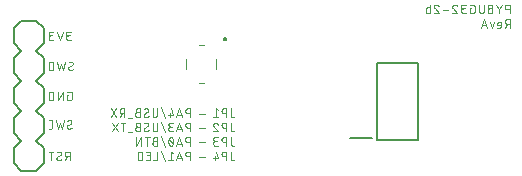
<source format=gbr>
G04 EAGLE Gerber RS-274X export*
G75*
%MOMM*%
%FSLAX34Y34*%
%LPD*%
%INSilkscreen Bottom*%
%IPPOS*%
%AMOC8*
5,1,8,0,0,1.08239X$1,22.5*%
G01*
%ADD10C,0.076200*%
%ADD11C,0.203200*%
%ADD12C,0.200000*%
%ADD13C,0.100000*%


D10*
X51097Y37973D02*
X51097Y45339D01*
X49051Y45339D01*
X48962Y45337D01*
X48873Y45331D01*
X48784Y45321D01*
X48696Y45308D01*
X48608Y45291D01*
X48521Y45269D01*
X48436Y45244D01*
X48351Y45216D01*
X48268Y45183D01*
X48186Y45147D01*
X48106Y45108D01*
X48028Y45065D01*
X47952Y45019D01*
X47877Y44969D01*
X47805Y44916D01*
X47736Y44860D01*
X47669Y44801D01*
X47604Y44740D01*
X47543Y44675D01*
X47484Y44608D01*
X47428Y44539D01*
X47375Y44467D01*
X47325Y44392D01*
X47279Y44316D01*
X47236Y44238D01*
X47197Y44158D01*
X47161Y44076D01*
X47128Y43993D01*
X47100Y43908D01*
X47075Y43823D01*
X47053Y43736D01*
X47036Y43648D01*
X47023Y43560D01*
X47013Y43471D01*
X47007Y43382D01*
X47005Y43293D01*
X47007Y43204D01*
X47013Y43115D01*
X47023Y43026D01*
X47036Y42938D01*
X47053Y42850D01*
X47075Y42763D01*
X47100Y42678D01*
X47128Y42593D01*
X47161Y42510D01*
X47197Y42428D01*
X47236Y42348D01*
X47279Y42270D01*
X47325Y42194D01*
X47375Y42119D01*
X47428Y42047D01*
X47484Y41978D01*
X47543Y41911D01*
X47604Y41846D01*
X47669Y41785D01*
X47736Y41726D01*
X47805Y41670D01*
X47877Y41617D01*
X47952Y41567D01*
X48028Y41521D01*
X48106Y41478D01*
X48186Y41439D01*
X48268Y41403D01*
X48351Y41370D01*
X48436Y41342D01*
X48521Y41317D01*
X48608Y41295D01*
X48696Y41278D01*
X48784Y41265D01*
X48873Y41255D01*
X48962Y41249D01*
X49051Y41247D01*
X51097Y41247D01*
X48642Y41247D02*
X47005Y37973D01*
X41622Y37973D02*
X41544Y37975D01*
X41466Y37980D01*
X41389Y37990D01*
X41312Y38003D01*
X41236Y38019D01*
X41161Y38039D01*
X41087Y38063D01*
X41014Y38090D01*
X40942Y38121D01*
X40872Y38155D01*
X40804Y38192D01*
X40737Y38233D01*
X40672Y38277D01*
X40610Y38323D01*
X40550Y38373D01*
X40492Y38425D01*
X40437Y38480D01*
X40385Y38538D01*
X40335Y38598D01*
X40289Y38660D01*
X40245Y38725D01*
X40204Y38791D01*
X40167Y38860D01*
X40133Y38930D01*
X40102Y39002D01*
X40075Y39075D01*
X40051Y39149D01*
X40031Y39224D01*
X40015Y39300D01*
X40002Y39377D01*
X39992Y39454D01*
X39987Y39532D01*
X39985Y39610D01*
X41622Y37973D02*
X41736Y37975D01*
X41849Y37980D01*
X41963Y37990D01*
X42076Y38003D01*
X42188Y38020D01*
X42300Y38040D01*
X42411Y38064D01*
X42522Y38092D01*
X42631Y38123D01*
X42739Y38158D01*
X42846Y38197D01*
X42952Y38239D01*
X43056Y38284D01*
X43159Y38333D01*
X43260Y38386D01*
X43359Y38441D01*
X43457Y38500D01*
X43552Y38562D01*
X43645Y38627D01*
X43737Y38695D01*
X43825Y38766D01*
X43912Y38840D01*
X43996Y38917D01*
X44077Y38996D01*
X43872Y43702D02*
X43870Y43780D01*
X43865Y43858D01*
X43855Y43935D01*
X43842Y44012D01*
X43826Y44088D01*
X43806Y44163D01*
X43782Y44237D01*
X43755Y44310D01*
X43724Y44382D01*
X43690Y44452D01*
X43653Y44521D01*
X43612Y44587D01*
X43568Y44652D01*
X43522Y44714D01*
X43472Y44774D01*
X43420Y44832D01*
X43365Y44887D01*
X43307Y44939D01*
X43247Y44989D01*
X43185Y45035D01*
X43120Y45079D01*
X43054Y45120D01*
X42985Y45157D01*
X42915Y45191D01*
X42843Y45222D01*
X42770Y45249D01*
X42696Y45273D01*
X42621Y45293D01*
X42545Y45309D01*
X42468Y45322D01*
X42391Y45332D01*
X42313Y45337D01*
X42235Y45339D01*
X42125Y45337D01*
X42016Y45331D01*
X41906Y45321D01*
X41798Y45308D01*
X41689Y45290D01*
X41582Y45269D01*
X41475Y45243D01*
X41369Y45214D01*
X41264Y45182D01*
X41161Y45145D01*
X41059Y45105D01*
X40958Y45061D01*
X40859Y45013D01*
X40762Y44963D01*
X40667Y44908D01*
X40574Y44850D01*
X40483Y44789D01*
X40394Y44725D01*
X43054Y42269D02*
X43121Y42311D01*
X43186Y42355D01*
X43248Y42403D01*
X43308Y42453D01*
X43366Y42506D01*
X43421Y42562D01*
X43473Y42621D01*
X43523Y42681D01*
X43570Y42745D01*
X43613Y42810D01*
X43654Y42877D01*
X43691Y42946D01*
X43725Y43017D01*
X43756Y43089D01*
X43783Y43163D01*
X43807Y43237D01*
X43827Y43313D01*
X43843Y43390D01*
X43856Y43467D01*
X43866Y43545D01*
X43871Y43624D01*
X43873Y43702D01*
X40803Y41042D02*
X40737Y41001D01*
X40672Y40956D01*
X40610Y40909D01*
X40550Y40858D01*
X40492Y40805D01*
X40437Y40749D01*
X40384Y40691D01*
X40335Y40630D01*
X40288Y40567D01*
X40245Y40502D01*
X40204Y40435D01*
X40167Y40366D01*
X40133Y40295D01*
X40102Y40223D01*
X40075Y40149D01*
X40051Y40074D01*
X40031Y39999D01*
X40015Y39922D01*
X40002Y39845D01*
X39992Y39767D01*
X39987Y39688D01*
X39985Y39610D01*
X40803Y41042D02*
X43054Y42270D01*
X35447Y45339D02*
X35447Y37973D01*
X37493Y45339D02*
X33401Y45339D01*
X51619Y114173D02*
X51541Y114175D01*
X51463Y114180D01*
X51386Y114190D01*
X51309Y114203D01*
X51233Y114219D01*
X51158Y114239D01*
X51084Y114263D01*
X51011Y114290D01*
X50939Y114321D01*
X50869Y114355D01*
X50801Y114392D01*
X50734Y114433D01*
X50669Y114477D01*
X50607Y114523D01*
X50547Y114573D01*
X50489Y114625D01*
X50434Y114680D01*
X50382Y114738D01*
X50332Y114798D01*
X50286Y114860D01*
X50242Y114925D01*
X50201Y114991D01*
X50164Y115060D01*
X50130Y115130D01*
X50099Y115202D01*
X50072Y115275D01*
X50048Y115349D01*
X50028Y115424D01*
X50012Y115500D01*
X49999Y115577D01*
X49989Y115654D01*
X49984Y115732D01*
X49982Y115810D01*
X51619Y114173D02*
X51733Y114175D01*
X51846Y114180D01*
X51960Y114190D01*
X52073Y114203D01*
X52185Y114220D01*
X52297Y114240D01*
X52408Y114264D01*
X52519Y114292D01*
X52628Y114323D01*
X52736Y114358D01*
X52843Y114397D01*
X52949Y114439D01*
X53053Y114484D01*
X53156Y114533D01*
X53257Y114586D01*
X53356Y114641D01*
X53454Y114700D01*
X53549Y114762D01*
X53642Y114827D01*
X53734Y114895D01*
X53822Y114966D01*
X53909Y115040D01*
X53993Y115117D01*
X54074Y115196D01*
X53870Y119902D02*
X53868Y119980D01*
X53863Y120058D01*
X53853Y120135D01*
X53840Y120212D01*
X53824Y120288D01*
X53804Y120363D01*
X53780Y120437D01*
X53753Y120510D01*
X53722Y120582D01*
X53688Y120652D01*
X53651Y120721D01*
X53610Y120787D01*
X53566Y120852D01*
X53520Y120914D01*
X53470Y120974D01*
X53418Y121032D01*
X53363Y121087D01*
X53305Y121139D01*
X53245Y121189D01*
X53183Y121235D01*
X53118Y121279D01*
X53052Y121320D01*
X52983Y121357D01*
X52913Y121391D01*
X52841Y121422D01*
X52768Y121449D01*
X52694Y121473D01*
X52619Y121493D01*
X52543Y121509D01*
X52466Y121522D01*
X52389Y121532D01*
X52311Y121537D01*
X52233Y121539D01*
X52123Y121537D01*
X52014Y121531D01*
X51904Y121521D01*
X51796Y121508D01*
X51687Y121490D01*
X51580Y121469D01*
X51473Y121443D01*
X51367Y121414D01*
X51262Y121382D01*
X51159Y121345D01*
X51057Y121305D01*
X50956Y121261D01*
X50857Y121213D01*
X50760Y121163D01*
X50665Y121108D01*
X50572Y121050D01*
X50481Y120989D01*
X50392Y120925D01*
X53051Y118469D02*
X53118Y118511D01*
X53183Y118555D01*
X53245Y118603D01*
X53305Y118653D01*
X53363Y118706D01*
X53418Y118762D01*
X53470Y118821D01*
X53520Y118881D01*
X53567Y118945D01*
X53610Y119010D01*
X53651Y119077D01*
X53688Y119146D01*
X53722Y119217D01*
X53753Y119289D01*
X53780Y119363D01*
X53804Y119437D01*
X53824Y119513D01*
X53840Y119590D01*
X53853Y119667D01*
X53863Y119745D01*
X53868Y119824D01*
X53870Y119902D01*
X50801Y117242D02*
X50735Y117201D01*
X50670Y117156D01*
X50608Y117109D01*
X50548Y117058D01*
X50490Y117005D01*
X50435Y116949D01*
X50382Y116891D01*
X50333Y116830D01*
X50286Y116767D01*
X50243Y116702D01*
X50202Y116635D01*
X50165Y116566D01*
X50131Y116495D01*
X50100Y116423D01*
X50073Y116349D01*
X50049Y116274D01*
X50029Y116199D01*
X50013Y116122D01*
X50000Y116045D01*
X49990Y115967D01*
X49985Y115888D01*
X49983Y115810D01*
X50801Y117242D02*
X53051Y118470D01*
X47255Y121539D02*
X45618Y114173D01*
X43982Y119084D01*
X42345Y114173D01*
X40708Y121539D01*
X37493Y121539D02*
X37493Y114173D01*
X37493Y121539D02*
X35447Y121539D01*
X35358Y121537D01*
X35269Y121531D01*
X35180Y121521D01*
X35092Y121508D01*
X35004Y121491D01*
X34917Y121469D01*
X34832Y121444D01*
X34747Y121416D01*
X34664Y121383D01*
X34582Y121347D01*
X34502Y121308D01*
X34424Y121265D01*
X34348Y121219D01*
X34273Y121169D01*
X34201Y121116D01*
X34132Y121060D01*
X34065Y121001D01*
X34000Y120940D01*
X33939Y120875D01*
X33880Y120808D01*
X33824Y120739D01*
X33771Y120667D01*
X33721Y120592D01*
X33675Y120516D01*
X33632Y120438D01*
X33593Y120358D01*
X33557Y120276D01*
X33524Y120193D01*
X33496Y120108D01*
X33471Y120023D01*
X33449Y119936D01*
X33432Y119848D01*
X33419Y119760D01*
X33409Y119671D01*
X33403Y119582D01*
X33401Y119493D01*
X33401Y116219D01*
X33403Y116130D01*
X33409Y116041D01*
X33419Y115952D01*
X33432Y115864D01*
X33449Y115776D01*
X33471Y115689D01*
X33496Y115604D01*
X33524Y115519D01*
X33557Y115436D01*
X33593Y115354D01*
X33632Y115274D01*
X33675Y115196D01*
X33721Y115120D01*
X33771Y115045D01*
X33824Y114973D01*
X33880Y114904D01*
X33939Y114837D01*
X34000Y114772D01*
X34065Y114711D01*
X34132Y114652D01*
X34201Y114596D01*
X34273Y114543D01*
X34348Y114493D01*
X34424Y114447D01*
X34502Y114404D01*
X34582Y114365D01*
X34664Y114329D01*
X34747Y114296D01*
X34832Y114268D01*
X34917Y114243D01*
X35004Y114221D01*
X35092Y114204D01*
X35180Y114191D01*
X35269Y114181D01*
X35358Y114175D01*
X35447Y114173D01*
X37493Y114173D01*
X50078Y139573D02*
X52124Y139573D01*
X50078Y139573D02*
X49989Y139575D01*
X49900Y139581D01*
X49811Y139591D01*
X49723Y139604D01*
X49635Y139621D01*
X49548Y139643D01*
X49463Y139668D01*
X49378Y139696D01*
X49295Y139729D01*
X49213Y139765D01*
X49133Y139804D01*
X49055Y139847D01*
X48979Y139893D01*
X48904Y139943D01*
X48832Y139996D01*
X48763Y140052D01*
X48696Y140111D01*
X48631Y140172D01*
X48570Y140237D01*
X48511Y140304D01*
X48455Y140373D01*
X48402Y140445D01*
X48352Y140520D01*
X48306Y140596D01*
X48263Y140674D01*
X48224Y140754D01*
X48188Y140836D01*
X48155Y140919D01*
X48127Y141004D01*
X48102Y141089D01*
X48080Y141176D01*
X48063Y141264D01*
X48050Y141352D01*
X48040Y141441D01*
X48034Y141530D01*
X48032Y141619D01*
X48034Y141708D01*
X48040Y141797D01*
X48050Y141886D01*
X48063Y141974D01*
X48080Y142062D01*
X48102Y142149D01*
X48127Y142234D01*
X48155Y142319D01*
X48188Y142402D01*
X48224Y142484D01*
X48263Y142564D01*
X48306Y142642D01*
X48352Y142718D01*
X48402Y142793D01*
X48455Y142865D01*
X48511Y142934D01*
X48570Y143001D01*
X48631Y143066D01*
X48696Y143127D01*
X48763Y143186D01*
X48832Y143242D01*
X48904Y143295D01*
X48979Y143345D01*
X49055Y143391D01*
X49133Y143434D01*
X49213Y143473D01*
X49295Y143509D01*
X49378Y143542D01*
X49463Y143570D01*
X49548Y143595D01*
X49635Y143617D01*
X49723Y143634D01*
X49811Y143647D01*
X49900Y143657D01*
X49989Y143663D01*
X50078Y143665D01*
X49668Y146939D02*
X52124Y146939D01*
X49668Y146939D02*
X49589Y146937D01*
X49510Y146931D01*
X49431Y146922D01*
X49353Y146909D01*
X49276Y146891D01*
X49200Y146871D01*
X49125Y146846D01*
X49051Y146818D01*
X48978Y146787D01*
X48907Y146751D01*
X48838Y146713D01*
X48771Y146671D01*
X48706Y146626D01*
X48643Y146578D01*
X48582Y146527D01*
X48525Y146473D01*
X48469Y146417D01*
X48417Y146358D01*
X48367Y146296D01*
X48321Y146232D01*
X48277Y146166D01*
X48237Y146098D01*
X48201Y146028D01*
X48167Y145956D01*
X48137Y145882D01*
X48111Y145808D01*
X48088Y145732D01*
X48070Y145655D01*
X48054Y145578D01*
X48043Y145499D01*
X48035Y145421D01*
X48031Y145342D01*
X48031Y145262D01*
X48035Y145183D01*
X48043Y145105D01*
X48054Y145026D01*
X48070Y144949D01*
X48088Y144872D01*
X48111Y144796D01*
X48137Y144722D01*
X48167Y144648D01*
X48201Y144576D01*
X48237Y144506D01*
X48277Y144438D01*
X48321Y144372D01*
X48367Y144308D01*
X48417Y144246D01*
X48469Y144187D01*
X48525Y144131D01*
X48582Y144077D01*
X48643Y144026D01*
X48706Y143978D01*
X48771Y143933D01*
X48838Y143891D01*
X48907Y143853D01*
X48978Y143817D01*
X49051Y143786D01*
X49125Y143758D01*
X49200Y143733D01*
X49276Y143713D01*
X49353Y143695D01*
X49431Y143682D01*
X49510Y143673D01*
X49589Y143667D01*
X49668Y143665D01*
X51305Y143665D01*
X45218Y146939D02*
X42762Y139573D01*
X40307Y146939D01*
X37493Y139573D02*
X35447Y139573D01*
X35358Y139575D01*
X35269Y139581D01*
X35180Y139591D01*
X35092Y139604D01*
X35004Y139621D01*
X34917Y139643D01*
X34832Y139668D01*
X34747Y139696D01*
X34664Y139729D01*
X34582Y139765D01*
X34502Y139804D01*
X34424Y139847D01*
X34348Y139893D01*
X34273Y139943D01*
X34201Y139996D01*
X34132Y140052D01*
X34065Y140111D01*
X34000Y140172D01*
X33939Y140237D01*
X33880Y140304D01*
X33824Y140373D01*
X33771Y140445D01*
X33721Y140520D01*
X33675Y140596D01*
X33632Y140674D01*
X33593Y140754D01*
X33557Y140836D01*
X33524Y140919D01*
X33496Y141004D01*
X33471Y141089D01*
X33449Y141176D01*
X33432Y141264D01*
X33419Y141352D01*
X33409Y141441D01*
X33403Y141530D01*
X33401Y141619D01*
X33403Y141708D01*
X33409Y141797D01*
X33419Y141886D01*
X33432Y141974D01*
X33449Y142062D01*
X33471Y142149D01*
X33496Y142234D01*
X33524Y142319D01*
X33557Y142402D01*
X33593Y142484D01*
X33632Y142564D01*
X33675Y142642D01*
X33721Y142718D01*
X33771Y142793D01*
X33824Y142865D01*
X33880Y142934D01*
X33939Y143001D01*
X34000Y143066D01*
X34065Y143127D01*
X34132Y143186D01*
X34201Y143242D01*
X34273Y143295D01*
X34348Y143345D01*
X34424Y143391D01*
X34502Y143434D01*
X34582Y143473D01*
X34664Y143509D01*
X34747Y143542D01*
X34832Y143570D01*
X34917Y143595D01*
X35004Y143617D01*
X35092Y143634D01*
X35180Y143647D01*
X35269Y143657D01*
X35358Y143663D01*
X35447Y143665D01*
X35038Y146939D02*
X37493Y146939D01*
X35038Y146939D02*
X34959Y146937D01*
X34880Y146931D01*
X34801Y146922D01*
X34723Y146909D01*
X34646Y146891D01*
X34570Y146871D01*
X34495Y146846D01*
X34421Y146818D01*
X34348Y146787D01*
X34277Y146751D01*
X34208Y146713D01*
X34141Y146671D01*
X34076Y146626D01*
X34013Y146578D01*
X33952Y146527D01*
X33895Y146473D01*
X33839Y146417D01*
X33787Y146358D01*
X33737Y146296D01*
X33691Y146232D01*
X33647Y146166D01*
X33607Y146098D01*
X33571Y146028D01*
X33537Y145956D01*
X33507Y145882D01*
X33481Y145808D01*
X33458Y145732D01*
X33440Y145655D01*
X33424Y145578D01*
X33413Y145499D01*
X33405Y145421D01*
X33401Y145342D01*
X33401Y145262D01*
X33405Y145183D01*
X33413Y145105D01*
X33424Y145026D01*
X33440Y144949D01*
X33458Y144872D01*
X33481Y144796D01*
X33507Y144722D01*
X33537Y144648D01*
X33571Y144576D01*
X33607Y144506D01*
X33647Y144438D01*
X33691Y144372D01*
X33737Y144308D01*
X33787Y144246D01*
X33839Y144187D01*
X33895Y144131D01*
X33952Y144077D01*
X34013Y144026D01*
X34076Y143978D01*
X34141Y143933D01*
X34208Y143891D01*
X34277Y143853D01*
X34348Y143817D01*
X34421Y143786D01*
X34495Y143758D01*
X34570Y143733D01*
X34646Y143713D01*
X34723Y143695D01*
X34801Y143682D01*
X34880Y143673D01*
X34959Y143667D01*
X35038Y143665D01*
X36675Y143665D01*
X49007Y92865D02*
X50234Y92865D01*
X49007Y92865D02*
X49007Y88773D01*
X51462Y88773D01*
X51540Y88775D01*
X51618Y88780D01*
X51695Y88790D01*
X51772Y88803D01*
X51848Y88819D01*
X51923Y88839D01*
X51997Y88863D01*
X52070Y88890D01*
X52142Y88921D01*
X52212Y88955D01*
X52281Y88992D01*
X52347Y89033D01*
X52412Y89077D01*
X52474Y89123D01*
X52534Y89173D01*
X52592Y89225D01*
X52647Y89280D01*
X52699Y89338D01*
X52749Y89398D01*
X52795Y89460D01*
X52839Y89525D01*
X52880Y89592D01*
X52917Y89660D01*
X52951Y89730D01*
X52982Y89802D01*
X53009Y89875D01*
X53033Y89949D01*
X53053Y90024D01*
X53069Y90100D01*
X53082Y90177D01*
X53092Y90254D01*
X53097Y90332D01*
X53099Y90410D01*
X53099Y94502D01*
X53097Y94580D01*
X53092Y94658D01*
X53082Y94735D01*
X53069Y94812D01*
X53053Y94888D01*
X53033Y94963D01*
X53009Y95037D01*
X52982Y95110D01*
X52951Y95182D01*
X52917Y95252D01*
X52880Y95321D01*
X52839Y95387D01*
X52795Y95452D01*
X52749Y95514D01*
X52699Y95574D01*
X52647Y95632D01*
X52592Y95687D01*
X52534Y95739D01*
X52474Y95789D01*
X52412Y95835D01*
X52347Y95879D01*
X52281Y95920D01*
X52212Y95957D01*
X52142Y95991D01*
X52070Y96022D01*
X51997Y96049D01*
X51923Y96073D01*
X51848Y96093D01*
X51772Y96109D01*
X51695Y96122D01*
X51618Y96132D01*
X51540Y96137D01*
X51462Y96139D01*
X49007Y96139D01*
X45296Y96139D02*
X45296Y88773D01*
X41204Y88773D02*
X45296Y96139D01*
X41204Y96139D02*
X41204Y88773D01*
X37493Y88773D02*
X37493Y96139D01*
X35447Y96139D01*
X35358Y96137D01*
X35269Y96131D01*
X35180Y96121D01*
X35092Y96108D01*
X35004Y96091D01*
X34917Y96069D01*
X34832Y96044D01*
X34747Y96016D01*
X34664Y95983D01*
X34582Y95947D01*
X34502Y95908D01*
X34424Y95865D01*
X34348Y95819D01*
X34273Y95769D01*
X34201Y95716D01*
X34132Y95660D01*
X34065Y95601D01*
X34000Y95540D01*
X33939Y95475D01*
X33880Y95408D01*
X33824Y95339D01*
X33771Y95267D01*
X33721Y95192D01*
X33675Y95116D01*
X33632Y95038D01*
X33593Y94958D01*
X33557Y94876D01*
X33524Y94793D01*
X33496Y94708D01*
X33471Y94623D01*
X33449Y94536D01*
X33432Y94448D01*
X33419Y94360D01*
X33409Y94271D01*
X33403Y94182D01*
X33401Y94093D01*
X33401Y90819D01*
X33403Y90730D01*
X33409Y90641D01*
X33419Y90552D01*
X33432Y90464D01*
X33449Y90376D01*
X33471Y90289D01*
X33496Y90204D01*
X33524Y90119D01*
X33557Y90036D01*
X33593Y89954D01*
X33632Y89874D01*
X33675Y89796D01*
X33721Y89720D01*
X33771Y89645D01*
X33824Y89573D01*
X33880Y89504D01*
X33939Y89437D01*
X34000Y89372D01*
X34065Y89311D01*
X34132Y89252D01*
X34201Y89196D01*
X34273Y89143D01*
X34348Y89093D01*
X34424Y89047D01*
X34502Y89004D01*
X34582Y88965D01*
X34664Y88929D01*
X34747Y88896D01*
X34832Y88868D01*
X34917Y88843D01*
X35004Y88821D01*
X35092Y88804D01*
X35180Y88791D01*
X35269Y88781D01*
X35358Y88775D01*
X35447Y88773D01*
X37493Y88773D01*
X48897Y66280D02*
X48899Y66202D01*
X48904Y66124D01*
X48914Y66047D01*
X48927Y65970D01*
X48943Y65894D01*
X48963Y65819D01*
X48987Y65745D01*
X49014Y65672D01*
X49045Y65600D01*
X49079Y65530D01*
X49116Y65461D01*
X49157Y65395D01*
X49201Y65330D01*
X49247Y65268D01*
X49297Y65208D01*
X49349Y65150D01*
X49404Y65095D01*
X49462Y65043D01*
X49522Y64993D01*
X49584Y64947D01*
X49649Y64903D01*
X49716Y64862D01*
X49784Y64825D01*
X49854Y64791D01*
X49926Y64760D01*
X49999Y64733D01*
X50073Y64709D01*
X50148Y64689D01*
X50224Y64673D01*
X50301Y64660D01*
X50378Y64650D01*
X50456Y64645D01*
X50534Y64643D01*
X50648Y64645D01*
X50761Y64650D01*
X50875Y64660D01*
X50988Y64673D01*
X51100Y64690D01*
X51212Y64710D01*
X51323Y64734D01*
X51434Y64762D01*
X51543Y64793D01*
X51651Y64828D01*
X51758Y64867D01*
X51864Y64909D01*
X51968Y64954D01*
X52071Y65003D01*
X52172Y65056D01*
X52271Y65111D01*
X52369Y65170D01*
X52464Y65232D01*
X52557Y65297D01*
X52649Y65365D01*
X52737Y65436D01*
X52824Y65510D01*
X52908Y65587D01*
X52989Y65666D01*
X52784Y70372D02*
X52782Y70450D01*
X52777Y70528D01*
X52767Y70605D01*
X52754Y70682D01*
X52738Y70758D01*
X52718Y70833D01*
X52694Y70907D01*
X52667Y70980D01*
X52636Y71052D01*
X52602Y71122D01*
X52565Y71191D01*
X52524Y71257D01*
X52480Y71322D01*
X52434Y71384D01*
X52384Y71444D01*
X52332Y71502D01*
X52277Y71557D01*
X52219Y71609D01*
X52159Y71659D01*
X52097Y71705D01*
X52032Y71749D01*
X51966Y71790D01*
X51897Y71827D01*
X51827Y71861D01*
X51755Y71892D01*
X51682Y71919D01*
X51608Y71943D01*
X51533Y71963D01*
X51457Y71979D01*
X51380Y71992D01*
X51303Y72002D01*
X51225Y72007D01*
X51147Y72009D01*
X51037Y72007D01*
X50928Y72001D01*
X50818Y71991D01*
X50710Y71978D01*
X50601Y71960D01*
X50494Y71939D01*
X50387Y71913D01*
X50281Y71884D01*
X50176Y71852D01*
X50073Y71815D01*
X49971Y71775D01*
X49870Y71731D01*
X49771Y71683D01*
X49674Y71633D01*
X49579Y71578D01*
X49486Y71520D01*
X49395Y71459D01*
X49306Y71395D01*
X51966Y68939D02*
X52033Y68981D01*
X52098Y69025D01*
X52160Y69073D01*
X52220Y69123D01*
X52278Y69176D01*
X52333Y69232D01*
X52385Y69291D01*
X52435Y69351D01*
X52482Y69415D01*
X52525Y69480D01*
X52566Y69547D01*
X52603Y69616D01*
X52637Y69687D01*
X52668Y69759D01*
X52695Y69833D01*
X52719Y69907D01*
X52739Y69983D01*
X52755Y70060D01*
X52768Y70137D01*
X52778Y70215D01*
X52783Y70294D01*
X52785Y70372D01*
X49715Y67712D02*
X49649Y67671D01*
X49584Y67626D01*
X49522Y67579D01*
X49462Y67528D01*
X49404Y67475D01*
X49349Y67419D01*
X49296Y67361D01*
X49247Y67300D01*
X49200Y67237D01*
X49157Y67172D01*
X49116Y67105D01*
X49079Y67036D01*
X49045Y66965D01*
X49014Y66893D01*
X48987Y66819D01*
X48963Y66744D01*
X48943Y66669D01*
X48927Y66592D01*
X48914Y66515D01*
X48904Y66437D01*
X48899Y66358D01*
X48897Y66280D01*
X49715Y67712D02*
X51966Y68940D01*
X46170Y72009D02*
X44533Y64643D01*
X42896Y69554D01*
X41259Y64643D01*
X39622Y72009D01*
X35038Y64643D02*
X33401Y64643D01*
X35038Y64643D02*
X35116Y64645D01*
X35194Y64650D01*
X35271Y64660D01*
X35348Y64673D01*
X35424Y64689D01*
X35499Y64709D01*
X35573Y64733D01*
X35646Y64760D01*
X35718Y64791D01*
X35788Y64825D01*
X35857Y64862D01*
X35923Y64903D01*
X35988Y64947D01*
X36050Y64993D01*
X36110Y65043D01*
X36168Y65095D01*
X36223Y65150D01*
X36275Y65208D01*
X36325Y65268D01*
X36371Y65330D01*
X36415Y65395D01*
X36456Y65462D01*
X36493Y65530D01*
X36527Y65600D01*
X36558Y65672D01*
X36585Y65745D01*
X36609Y65819D01*
X36629Y65894D01*
X36645Y65970D01*
X36658Y66047D01*
X36668Y66124D01*
X36673Y66202D01*
X36675Y66280D01*
X36675Y70372D01*
X36673Y70450D01*
X36668Y70528D01*
X36658Y70605D01*
X36645Y70682D01*
X36629Y70758D01*
X36609Y70833D01*
X36585Y70907D01*
X36558Y70980D01*
X36527Y71052D01*
X36493Y71122D01*
X36456Y71191D01*
X36415Y71257D01*
X36371Y71322D01*
X36325Y71384D01*
X36275Y71444D01*
X36223Y71502D01*
X36168Y71557D01*
X36110Y71609D01*
X36050Y71659D01*
X35988Y71705D01*
X35923Y71749D01*
X35857Y71790D01*
X35788Y71827D01*
X35718Y71861D01*
X35646Y71892D01*
X35573Y71919D01*
X35499Y71943D01*
X35424Y71963D01*
X35348Y71979D01*
X35271Y71992D01*
X35194Y72002D01*
X35116Y72007D01*
X35038Y72009D01*
X33401Y72009D01*
D11*
X22860Y156210D02*
X10160Y156210D01*
X22860Y156210D02*
X29210Y149860D01*
X29210Y137160D01*
X22860Y130810D01*
X29210Y124460D01*
X29210Y111760D01*
X22860Y105410D01*
X29210Y99060D01*
X29210Y86360D01*
X22860Y80010D01*
X29210Y73660D01*
X29210Y60960D01*
X22860Y54610D01*
X29210Y48260D01*
X29210Y35560D01*
X22860Y29210D01*
X10160Y29210D01*
X3810Y35560D01*
X3810Y48260D01*
X10160Y54610D01*
X3810Y60960D01*
X3810Y73660D01*
X10160Y80010D01*
X3810Y86360D01*
X3810Y99060D01*
X10160Y105410D01*
X3810Y111760D01*
X3810Y124460D01*
X10160Y130810D01*
X3810Y137160D01*
X3810Y149860D01*
X10160Y156210D01*
D10*
X423799Y162433D02*
X423799Y169799D01*
X421753Y169799D01*
X421664Y169797D01*
X421575Y169791D01*
X421486Y169781D01*
X421398Y169768D01*
X421310Y169751D01*
X421223Y169729D01*
X421138Y169704D01*
X421053Y169676D01*
X420970Y169643D01*
X420888Y169607D01*
X420808Y169568D01*
X420730Y169525D01*
X420654Y169479D01*
X420579Y169429D01*
X420507Y169376D01*
X420438Y169320D01*
X420371Y169261D01*
X420306Y169200D01*
X420245Y169135D01*
X420186Y169068D01*
X420130Y168999D01*
X420077Y168927D01*
X420027Y168852D01*
X419981Y168776D01*
X419938Y168698D01*
X419899Y168618D01*
X419863Y168536D01*
X419830Y168453D01*
X419802Y168368D01*
X419777Y168283D01*
X419755Y168196D01*
X419738Y168108D01*
X419725Y168020D01*
X419715Y167931D01*
X419709Y167842D01*
X419707Y167753D01*
X419709Y167664D01*
X419715Y167575D01*
X419725Y167486D01*
X419738Y167398D01*
X419755Y167310D01*
X419777Y167223D01*
X419802Y167138D01*
X419830Y167053D01*
X419863Y166970D01*
X419899Y166888D01*
X419938Y166808D01*
X419981Y166730D01*
X420027Y166654D01*
X420077Y166579D01*
X420130Y166507D01*
X420186Y166438D01*
X420245Y166371D01*
X420306Y166306D01*
X420371Y166245D01*
X420438Y166186D01*
X420507Y166130D01*
X420579Y166077D01*
X420654Y166027D01*
X420730Y165981D01*
X420808Y165938D01*
X420888Y165899D01*
X420970Y165863D01*
X421053Y165830D01*
X421138Y165802D01*
X421223Y165777D01*
X421310Y165755D01*
X421398Y165738D01*
X421486Y165725D01*
X421575Y165715D01*
X421664Y165709D01*
X421753Y165707D01*
X423799Y165707D01*
X417255Y169799D02*
X414799Y166321D01*
X412344Y169799D01*
X414799Y166321D02*
X414799Y162433D01*
X409169Y166525D02*
X407123Y166525D01*
X407034Y166523D01*
X406945Y166517D01*
X406856Y166507D01*
X406768Y166494D01*
X406680Y166477D01*
X406593Y166455D01*
X406508Y166430D01*
X406423Y166402D01*
X406340Y166369D01*
X406258Y166333D01*
X406178Y166294D01*
X406100Y166251D01*
X406024Y166205D01*
X405949Y166155D01*
X405877Y166102D01*
X405808Y166046D01*
X405741Y165987D01*
X405676Y165926D01*
X405615Y165861D01*
X405556Y165794D01*
X405500Y165725D01*
X405447Y165653D01*
X405397Y165578D01*
X405351Y165502D01*
X405308Y165424D01*
X405269Y165344D01*
X405233Y165262D01*
X405200Y165179D01*
X405172Y165094D01*
X405147Y165009D01*
X405125Y164922D01*
X405108Y164834D01*
X405095Y164746D01*
X405085Y164657D01*
X405079Y164568D01*
X405077Y164479D01*
X405079Y164390D01*
X405085Y164301D01*
X405095Y164212D01*
X405108Y164124D01*
X405125Y164036D01*
X405147Y163949D01*
X405172Y163864D01*
X405200Y163779D01*
X405233Y163696D01*
X405269Y163614D01*
X405308Y163534D01*
X405351Y163456D01*
X405397Y163380D01*
X405447Y163305D01*
X405500Y163233D01*
X405556Y163164D01*
X405615Y163097D01*
X405676Y163032D01*
X405741Y162971D01*
X405808Y162912D01*
X405877Y162856D01*
X405949Y162803D01*
X406024Y162753D01*
X406100Y162707D01*
X406178Y162664D01*
X406258Y162625D01*
X406340Y162589D01*
X406423Y162556D01*
X406508Y162528D01*
X406593Y162503D01*
X406680Y162481D01*
X406768Y162464D01*
X406856Y162451D01*
X406945Y162441D01*
X407034Y162435D01*
X407123Y162433D01*
X409169Y162433D01*
X409169Y169799D01*
X407123Y169799D01*
X407044Y169797D01*
X406965Y169791D01*
X406886Y169782D01*
X406808Y169769D01*
X406731Y169751D01*
X406655Y169731D01*
X406580Y169706D01*
X406506Y169678D01*
X406433Y169647D01*
X406362Y169611D01*
X406293Y169573D01*
X406226Y169531D01*
X406161Y169486D01*
X406098Y169438D01*
X406037Y169387D01*
X405980Y169333D01*
X405924Y169277D01*
X405872Y169218D01*
X405822Y169156D01*
X405776Y169092D01*
X405732Y169026D01*
X405692Y168958D01*
X405656Y168888D01*
X405622Y168816D01*
X405592Y168742D01*
X405566Y168668D01*
X405543Y168592D01*
X405525Y168515D01*
X405509Y168438D01*
X405498Y168359D01*
X405490Y168281D01*
X405486Y168202D01*
X405486Y168122D01*
X405490Y168043D01*
X405498Y167965D01*
X405509Y167886D01*
X405525Y167809D01*
X405543Y167732D01*
X405566Y167656D01*
X405592Y167582D01*
X405622Y167508D01*
X405656Y167436D01*
X405692Y167366D01*
X405732Y167298D01*
X405776Y167232D01*
X405822Y167168D01*
X405872Y167106D01*
X405924Y167047D01*
X405980Y166991D01*
X406037Y166937D01*
X406098Y166886D01*
X406161Y166838D01*
X406226Y166793D01*
X406293Y166751D01*
X406362Y166713D01*
X406433Y166677D01*
X406506Y166646D01*
X406580Y166618D01*
X406655Y166593D01*
X406731Y166573D01*
X406808Y166555D01*
X406886Y166542D01*
X406965Y166533D01*
X407044Y166527D01*
X407123Y166525D01*
X401971Y164479D02*
X401971Y169799D01*
X401971Y164479D02*
X401969Y164390D01*
X401963Y164301D01*
X401953Y164212D01*
X401940Y164124D01*
X401923Y164036D01*
X401901Y163949D01*
X401876Y163864D01*
X401848Y163779D01*
X401815Y163696D01*
X401779Y163614D01*
X401740Y163534D01*
X401697Y163456D01*
X401651Y163380D01*
X401601Y163305D01*
X401548Y163233D01*
X401492Y163164D01*
X401433Y163097D01*
X401372Y163032D01*
X401307Y162971D01*
X401240Y162912D01*
X401171Y162856D01*
X401099Y162803D01*
X401024Y162753D01*
X400948Y162707D01*
X400870Y162664D01*
X400790Y162625D01*
X400708Y162589D01*
X400625Y162556D01*
X400540Y162528D01*
X400455Y162503D01*
X400368Y162481D01*
X400280Y162464D01*
X400192Y162451D01*
X400103Y162441D01*
X400014Y162435D01*
X399925Y162433D01*
X399836Y162435D01*
X399747Y162441D01*
X399658Y162451D01*
X399570Y162464D01*
X399482Y162481D01*
X399395Y162503D01*
X399310Y162528D01*
X399225Y162556D01*
X399142Y162589D01*
X399060Y162625D01*
X398980Y162664D01*
X398902Y162707D01*
X398826Y162753D01*
X398751Y162803D01*
X398679Y162856D01*
X398610Y162912D01*
X398543Y162971D01*
X398478Y163032D01*
X398417Y163097D01*
X398358Y163164D01*
X398302Y163233D01*
X398249Y163305D01*
X398199Y163380D01*
X398153Y163456D01*
X398110Y163534D01*
X398071Y163614D01*
X398035Y163696D01*
X398002Y163779D01*
X397974Y163864D01*
X397949Y163949D01*
X397927Y164036D01*
X397910Y164124D01*
X397897Y164212D01*
X397887Y164301D01*
X397881Y164390D01*
X397879Y164479D01*
X397879Y169799D01*
X391304Y166525D02*
X390076Y166525D01*
X390076Y162433D01*
X392531Y162433D01*
X392609Y162435D01*
X392687Y162440D01*
X392764Y162450D01*
X392841Y162463D01*
X392917Y162479D01*
X392992Y162499D01*
X393066Y162523D01*
X393139Y162550D01*
X393211Y162581D01*
X393281Y162615D01*
X393350Y162652D01*
X393416Y162693D01*
X393481Y162737D01*
X393543Y162783D01*
X393603Y162833D01*
X393661Y162885D01*
X393716Y162940D01*
X393768Y162998D01*
X393818Y163058D01*
X393864Y163120D01*
X393908Y163185D01*
X393949Y163252D01*
X393986Y163320D01*
X394020Y163390D01*
X394051Y163462D01*
X394078Y163535D01*
X394102Y163609D01*
X394122Y163684D01*
X394138Y163760D01*
X394151Y163837D01*
X394161Y163914D01*
X394166Y163992D01*
X394168Y164070D01*
X394168Y168162D01*
X394166Y168240D01*
X394161Y168318D01*
X394151Y168395D01*
X394138Y168472D01*
X394122Y168548D01*
X394102Y168623D01*
X394078Y168697D01*
X394051Y168770D01*
X394020Y168842D01*
X393986Y168912D01*
X393949Y168981D01*
X393908Y169047D01*
X393864Y169112D01*
X393818Y169174D01*
X393768Y169234D01*
X393716Y169292D01*
X393661Y169347D01*
X393603Y169399D01*
X393543Y169449D01*
X393481Y169495D01*
X393416Y169539D01*
X393350Y169580D01*
X393281Y169617D01*
X393211Y169651D01*
X393139Y169682D01*
X393066Y169709D01*
X392992Y169733D01*
X392917Y169753D01*
X392841Y169769D01*
X392764Y169782D01*
X392687Y169792D01*
X392609Y169797D01*
X392531Y169799D01*
X390076Y169799D01*
X386609Y162433D02*
X384563Y162433D01*
X384474Y162435D01*
X384385Y162441D01*
X384296Y162451D01*
X384208Y162464D01*
X384120Y162481D01*
X384033Y162503D01*
X383948Y162528D01*
X383863Y162556D01*
X383780Y162589D01*
X383698Y162625D01*
X383618Y162664D01*
X383540Y162707D01*
X383464Y162753D01*
X383389Y162803D01*
X383317Y162856D01*
X383248Y162912D01*
X383181Y162971D01*
X383116Y163032D01*
X383055Y163097D01*
X382996Y163164D01*
X382940Y163233D01*
X382887Y163305D01*
X382837Y163380D01*
X382791Y163456D01*
X382748Y163534D01*
X382709Y163614D01*
X382673Y163696D01*
X382640Y163779D01*
X382612Y163864D01*
X382587Y163949D01*
X382565Y164036D01*
X382548Y164124D01*
X382535Y164212D01*
X382525Y164301D01*
X382519Y164390D01*
X382517Y164479D01*
X382519Y164568D01*
X382525Y164657D01*
X382535Y164746D01*
X382548Y164834D01*
X382565Y164922D01*
X382587Y165009D01*
X382612Y165094D01*
X382640Y165179D01*
X382673Y165262D01*
X382709Y165344D01*
X382748Y165424D01*
X382791Y165502D01*
X382837Y165578D01*
X382887Y165653D01*
X382940Y165725D01*
X382996Y165794D01*
X383055Y165861D01*
X383116Y165926D01*
X383181Y165987D01*
X383248Y166046D01*
X383317Y166102D01*
X383389Y166155D01*
X383464Y166205D01*
X383540Y166251D01*
X383618Y166294D01*
X383698Y166333D01*
X383780Y166369D01*
X383863Y166402D01*
X383948Y166430D01*
X384033Y166455D01*
X384120Y166477D01*
X384208Y166494D01*
X384296Y166507D01*
X384385Y166517D01*
X384474Y166523D01*
X384563Y166525D01*
X384154Y169799D02*
X386609Y169799D01*
X384154Y169799D02*
X384075Y169797D01*
X383996Y169791D01*
X383917Y169782D01*
X383839Y169769D01*
X383762Y169751D01*
X383686Y169731D01*
X383611Y169706D01*
X383537Y169678D01*
X383464Y169647D01*
X383393Y169611D01*
X383324Y169573D01*
X383257Y169531D01*
X383192Y169486D01*
X383129Y169438D01*
X383068Y169387D01*
X383011Y169333D01*
X382955Y169277D01*
X382903Y169218D01*
X382853Y169156D01*
X382807Y169092D01*
X382763Y169026D01*
X382723Y168958D01*
X382687Y168888D01*
X382653Y168816D01*
X382623Y168742D01*
X382597Y168668D01*
X382574Y168592D01*
X382556Y168515D01*
X382540Y168438D01*
X382529Y168359D01*
X382521Y168281D01*
X382517Y168202D01*
X382517Y168122D01*
X382521Y168043D01*
X382529Y167965D01*
X382540Y167886D01*
X382556Y167809D01*
X382574Y167732D01*
X382597Y167656D01*
X382623Y167582D01*
X382653Y167508D01*
X382687Y167436D01*
X382723Y167366D01*
X382763Y167298D01*
X382807Y167232D01*
X382853Y167168D01*
X382903Y167106D01*
X382955Y167047D01*
X383011Y166991D01*
X383068Y166937D01*
X383129Y166886D01*
X383192Y166838D01*
X383257Y166793D01*
X383324Y166751D01*
X383393Y166713D01*
X383464Y166677D01*
X383537Y166646D01*
X383611Y166618D01*
X383686Y166593D01*
X383762Y166573D01*
X383839Y166555D01*
X383917Y166542D01*
X383996Y166533D01*
X384075Y166527D01*
X384154Y166525D01*
X385791Y166525D01*
X377043Y169800D02*
X376958Y169798D01*
X376873Y169792D01*
X376789Y169782D01*
X376705Y169769D01*
X376621Y169751D01*
X376539Y169730D01*
X376458Y169705D01*
X376378Y169676D01*
X376299Y169643D01*
X376222Y169607D01*
X376147Y169567D01*
X376073Y169524D01*
X376002Y169478D01*
X375933Y169428D01*
X375866Y169375D01*
X375802Y169319D01*
X375741Y169260D01*
X375682Y169199D01*
X375626Y169135D01*
X375573Y169068D01*
X375523Y168999D01*
X375477Y168928D01*
X375434Y168854D01*
X375394Y168779D01*
X375358Y168702D01*
X375325Y168623D01*
X375296Y168543D01*
X375271Y168462D01*
X375250Y168380D01*
X375232Y168296D01*
X375219Y168212D01*
X375209Y168128D01*
X375203Y168043D01*
X375201Y167958D01*
X377043Y169799D02*
X377139Y169797D01*
X377235Y169791D01*
X377330Y169781D01*
X377425Y169768D01*
X377520Y169750D01*
X377613Y169729D01*
X377706Y169704D01*
X377797Y169675D01*
X377888Y169643D01*
X377977Y169607D01*
X378064Y169567D01*
X378150Y169524D01*
X378234Y169478D01*
X378316Y169428D01*
X378396Y169374D01*
X378473Y169318D01*
X378548Y169258D01*
X378621Y169196D01*
X378691Y169130D01*
X378759Y169062D01*
X378824Y168991D01*
X378885Y168918D01*
X378944Y168842D01*
X379000Y168763D01*
X379052Y168683D01*
X379101Y168600D01*
X379147Y168516D01*
X379189Y168430D01*
X379227Y168342D01*
X379262Y168253D01*
X379294Y168162D01*
X375816Y166526D02*
X375756Y166585D01*
X375699Y166647D01*
X375644Y166711D01*
X375593Y166778D01*
X375544Y166847D01*
X375498Y166917D01*
X375455Y166990D01*
X375415Y167064D01*
X375379Y167140D01*
X375346Y167218D01*
X375316Y167297D01*
X375289Y167377D01*
X375266Y167458D01*
X375247Y167540D01*
X375231Y167622D01*
X375218Y167706D01*
X375209Y167790D01*
X375204Y167874D01*
X375202Y167958D01*
X375816Y166525D02*
X379294Y162433D01*
X375202Y162433D01*
X371900Y165298D02*
X366990Y165298D01*
X361438Y169800D02*
X361353Y169798D01*
X361268Y169792D01*
X361184Y169782D01*
X361100Y169769D01*
X361016Y169751D01*
X360934Y169730D01*
X360853Y169705D01*
X360773Y169676D01*
X360694Y169643D01*
X360617Y169607D01*
X360542Y169567D01*
X360468Y169524D01*
X360397Y169478D01*
X360328Y169428D01*
X360261Y169375D01*
X360197Y169319D01*
X360136Y169260D01*
X360077Y169199D01*
X360021Y169135D01*
X359968Y169068D01*
X359918Y168999D01*
X359872Y168928D01*
X359829Y168854D01*
X359789Y168779D01*
X359753Y168702D01*
X359720Y168623D01*
X359691Y168543D01*
X359666Y168462D01*
X359645Y168380D01*
X359627Y168296D01*
X359614Y168212D01*
X359604Y168128D01*
X359598Y168043D01*
X359596Y167958D01*
X361438Y169799D02*
X361534Y169797D01*
X361630Y169791D01*
X361725Y169781D01*
X361820Y169768D01*
X361915Y169750D01*
X362008Y169729D01*
X362101Y169704D01*
X362192Y169675D01*
X362283Y169643D01*
X362372Y169607D01*
X362459Y169567D01*
X362545Y169524D01*
X362629Y169478D01*
X362711Y169428D01*
X362791Y169374D01*
X362868Y169318D01*
X362943Y169258D01*
X363016Y169196D01*
X363086Y169130D01*
X363154Y169062D01*
X363219Y168991D01*
X363280Y168918D01*
X363339Y168842D01*
X363395Y168763D01*
X363447Y168683D01*
X363496Y168600D01*
X363542Y168516D01*
X363584Y168430D01*
X363622Y168342D01*
X363657Y168253D01*
X363689Y168162D01*
X360210Y166526D02*
X360150Y166585D01*
X360093Y166647D01*
X360038Y166711D01*
X359987Y166778D01*
X359938Y166847D01*
X359892Y166917D01*
X359849Y166990D01*
X359809Y167064D01*
X359773Y167140D01*
X359740Y167218D01*
X359710Y167297D01*
X359683Y167377D01*
X359660Y167458D01*
X359641Y167540D01*
X359625Y167622D01*
X359612Y167706D01*
X359603Y167790D01*
X359598Y167874D01*
X359596Y167958D01*
X360210Y166525D02*
X363688Y162433D01*
X359596Y162433D01*
X356167Y162433D02*
X356167Y169799D01*
X356167Y162433D02*
X354121Y162433D01*
X354052Y162435D01*
X353984Y162441D01*
X353915Y162450D01*
X353848Y162464D01*
X353781Y162481D01*
X353715Y162502D01*
X353651Y162526D01*
X353588Y162555D01*
X353527Y162586D01*
X353468Y162621D01*
X353410Y162659D01*
X353355Y162701D01*
X353303Y162745D01*
X353253Y162793D01*
X353205Y162843D01*
X353161Y162895D01*
X353119Y162950D01*
X353081Y163008D01*
X353046Y163067D01*
X353015Y163128D01*
X352986Y163191D01*
X352962Y163255D01*
X352941Y163321D01*
X352924Y163388D01*
X352910Y163455D01*
X352901Y163524D01*
X352895Y163592D01*
X352893Y163661D01*
X352893Y166116D01*
X352895Y166185D01*
X352901Y166253D01*
X352910Y166322D01*
X352924Y166389D01*
X352941Y166456D01*
X352962Y166522D01*
X352986Y166586D01*
X353015Y166649D01*
X353046Y166710D01*
X353081Y166769D01*
X353119Y166827D01*
X353161Y166882D01*
X353205Y166934D01*
X353253Y166984D01*
X353303Y167032D01*
X353355Y167076D01*
X353410Y167118D01*
X353468Y167156D01*
X353527Y167191D01*
X353588Y167222D01*
X353651Y167251D01*
X353715Y167275D01*
X353781Y167296D01*
X353848Y167313D01*
X353915Y167327D01*
X353984Y167336D01*
X354052Y167342D01*
X354121Y167344D01*
X356167Y167344D01*
X423799Y157607D02*
X423799Y150241D01*
X423799Y157607D02*
X421753Y157607D01*
X421664Y157605D01*
X421575Y157599D01*
X421486Y157589D01*
X421398Y157576D01*
X421310Y157559D01*
X421223Y157537D01*
X421138Y157512D01*
X421053Y157484D01*
X420970Y157451D01*
X420888Y157415D01*
X420808Y157376D01*
X420730Y157333D01*
X420654Y157287D01*
X420579Y157237D01*
X420507Y157184D01*
X420438Y157128D01*
X420371Y157069D01*
X420306Y157008D01*
X420245Y156943D01*
X420186Y156876D01*
X420130Y156807D01*
X420077Y156735D01*
X420027Y156660D01*
X419981Y156584D01*
X419938Y156506D01*
X419899Y156426D01*
X419863Y156344D01*
X419830Y156261D01*
X419802Y156176D01*
X419777Y156091D01*
X419755Y156004D01*
X419738Y155916D01*
X419725Y155828D01*
X419715Y155739D01*
X419709Y155650D01*
X419707Y155561D01*
X419709Y155472D01*
X419715Y155383D01*
X419725Y155294D01*
X419738Y155206D01*
X419755Y155118D01*
X419777Y155031D01*
X419802Y154946D01*
X419830Y154861D01*
X419863Y154778D01*
X419899Y154696D01*
X419938Y154616D01*
X419981Y154538D01*
X420027Y154462D01*
X420077Y154387D01*
X420130Y154315D01*
X420186Y154246D01*
X420245Y154179D01*
X420306Y154114D01*
X420371Y154053D01*
X420438Y153994D01*
X420507Y153938D01*
X420579Y153885D01*
X420654Y153835D01*
X420730Y153789D01*
X420808Y153746D01*
X420888Y153707D01*
X420970Y153671D01*
X421053Y153638D01*
X421138Y153610D01*
X421223Y153585D01*
X421310Y153563D01*
X421398Y153546D01*
X421486Y153533D01*
X421575Y153523D01*
X421664Y153517D01*
X421753Y153515D01*
X423799Y153515D01*
X421344Y153515D02*
X419707Y150241D01*
X415386Y150241D02*
X413340Y150241D01*
X415386Y150241D02*
X415455Y150243D01*
X415523Y150249D01*
X415592Y150258D01*
X415659Y150272D01*
X415726Y150289D01*
X415792Y150310D01*
X415856Y150334D01*
X415919Y150363D01*
X415980Y150394D01*
X416039Y150429D01*
X416097Y150467D01*
X416152Y150509D01*
X416204Y150553D01*
X416254Y150601D01*
X416302Y150651D01*
X416346Y150703D01*
X416388Y150758D01*
X416426Y150816D01*
X416461Y150875D01*
X416492Y150936D01*
X416521Y150999D01*
X416545Y151063D01*
X416566Y151129D01*
X416583Y151196D01*
X416597Y151263D01*
X416606Y151332D01*
X416612Y151400D01*
X416614Y151469D01*
X416613Y151469D02*
X416613Y153515D01*
X416614Y153515D02*
X416612Y153594D01*
X416606Y153673D01*
X416597Y153752D01*
X416584Y153830D01*
X416566Y153907D01*
X416546Y153983D01*
X416521Y154058D01*
X416493Y154132D01*
X416462Y154205D01*
X416426Y154276D01*
X416388Y154345D01*
X416346Y154412D01*
X416301Y154477D01*
X416253Y154540D01*
X416202Y154601D01*
X416148Y154658D01*
X416092Y154714D01*
X416033Y154766D01*
X415971Y154816D01*
X415907Y154862D01*
X415841Y154906D01*
X415773Y154946D01*
X415703Y154982D01*
X415631Y155016D01*
X415557Y155046D01*
X415483Y155072D01*
X415407Y155095D01*
X415330Y155113D01*
X415253Y155129D01*
X415174Y155140D01*
X415096Y155148D01*
X415017Y155152D01*
X414937Y155152D01*
X414858Y155148D01*
X414780Y155140D01*
X414701Y155129D01*
X414624Y155113D01*
X414547Y155095D01*
X414471Y155072D01*
X414397Y155046D01*
X414323Y155016D01*
X414251Y154982D01*
X414181Y154946D01*
X414113Y154906D01*
X414047Y154862D01*
X413983Y154816D01*
X413921Y154766D01*
X413862Y154714D01*
X413806Y154658D01*
X413752Y154601D01*
X413701Y154540D01*
X413653Y154477D01*
X413608Y154412D01*
X413566Y154345D01*
X413528Y154276D01*
X413492Y154205D01*
X413461Y154132D01*
X413433Y154058D01*
X413408Y153983D01*
X413388Y153907D01*
X413370Y153830D01*
X413357Y153752D01*
X413348Y153673D01*
X413342Y153594D01*
X413340Y153515D01*
X413340Y152696D01*
X416613Y152696D01*
X410517Y155152D02*
X408881Y150241D01*
X407244Y155152D01*
X404752Y150241D02*
X402297Y157607D01*
X399842Y150241D01*
X400455Y152083D02*
X404138Y152083D01*
X187664Y81915D02*
X187664Y76186D01*
X187666Y76108D01*
X187671Y76030D01*
X187681Y75953D01*
X187694Y75876D01*
X187710Y75800D01*
X187730Y75725D01*
X187754Y75651D01*
X187781Y75578D01*
X187812Y75506D01*
X187846Y75436D01*
X187883Y75368D01*
X187924Y75301D01*
X187968Y75236D01*
X188014Y75174D01*
X188064Y75114D01*
X188116Y75056D01*
X188171Y75001D01*
X188229Y74949D01*
X188289Y74899D01*
X188351Y74853D01*
X188416Y74809D01*
X188483Y74768D01*
X188551Y74731D01*
X188621Y74697D01*
X188693Y74666D01*
X188766Y74639D01*
X188840Y74615D01*
X188915Y74595D01*
X188991Y74579D01*
X189068Y74566D01*
X189145Y74556D01*
X189223Y74551D01*
X189301Y74549D01*
X190119Y74549D01*
X183868Y74549D02*
X183868Y81915D01*
X181822Y81915D01*
X181733Y81913D01*
X181644Y81907D01*
X181555Y81897D01*
X181467Y81884D01*
X181379Y81867D01*
X181292Y81845D01*
X181207Y81820D01*
X181122Y81792D01*
X181039Y81759D01*
X180957Y81723D01*
X180877Y81684D01*
X180799Y81641D01*
X180723Y81595D01*
X180648Y81545D01*
X180576Y81492D01*
X180507Y81436D01*
X180440Y81377D01*
X180375Y81316D01*
X180314Y81251D01*
X180255Y81184D01*
X180199Y81115D01*
X180146Y81043D01*
X180096Y80968D01*
X180050Y80892D01*
X180007Y80814D01*
X179968Y80734D01*
X179932Y80652D01*
X179899Y80569D01*
X179871Y80484D01*
X179846Y80399D01*
X179824Y80312D01*
X179807Y80224D01*
X179794Y80136D01*
X179784Y80047D01*
X179778Y79958D01*
X179776Y79869D01*
X179778Y79780D01*
X179784Y79691D01*
X179794Y79602D01*
X179807Y79514D01*
X179824Y79426D01*
X179846Y79339D01*
X179871Y79254D01*
X179899Y79169D01*
X179932Y79086D01*
X179968Y79004D01*
X180007Y78924D01*
X180050Y78846D01*
X180096Y78770D01*
X180146Y78695D01*
X180199Y78623D01*
X180255Y78554D01*
X180314Y78487D01*
X180375Y78422D01*
X180440Y78361D01*
X180507Y78302D01*
X180576Y78246D01*
X180648Y78193D01*
X180723Y78143D01*
X180799Y78097D01*
X180877Y78054D01*
X180957Y78015D01*
X181039Y77979D01*
X181122Y77946D01*
X181207Y77918D01*
X181292Y77893D01*
X181379Y77871D01*
X181467Y77854D01*
X181555Y77841D01*
X181644Y77831D01*
X181733Y77825D01*
X181822Y77823D01*
X183868Y77823D01*
X176914Y80278D02*
X174868Y81915D01*
X174868Y74549D01*
X176914Y74549D02*
X172822Y74549D01*
X165619Y77414D02*
X160708Y77414D01*
X153144Y74549D02*
X153144Y81915D01*
X151098Y81915D01*
X151009Y81913D01*
X150920Y81907D01*
X150831Y81897D01*
X150743Y81884D01*
X150655Y81867D01*
X150568Y81845D01*
X150483Y81820D01*
X150398Y81792D01*
X150315Y81759D01*
X150233Y81723D01*
X150153Y81684D01*
X150075Y81641D01*
X149999Y81595D01*
X149924Y81545D01*
X149852Y81492D01*
X149783Y81436D01*
X149716Y81377D01*
X149651Y81316D01*
X149590Y81251D01*
X149531Y81184D01*
X149475Y81115D01*
X149422Y81043D01*
X149372Y80968D01*
X149326Y80892D01*
X149283Y80814D01*
X149244Y80734D01*
X149208Y80652D01*
X149175Y80569D01*
X149147Y80484D01*
X149122Y80399D01*
X149100Y80312D01*
X149083Y80224D01*
X149070Y80136D01*
X149060Y80047D01*
X149054Y79958D01*
X149052Y79869D01*
X149054Y79780D01*
X149060Y79691D01*
X149070Y79602D01*
X149083Y79514D01*
X149100Y79426D01*
X149122Y79339D01*
X149147Y79254D01*
X149175Y79169D01*
X149208Y79086D01*
X149244Y79004D01*
X149283Y78924D01*
X149326Y78846D01*
X149372Y78770D01*
X149422Y78695D01*
X149475Y78623D01*
X149531Y78554D01*
X149590Y78487D01*
X149651Y78422D01*
X149716Y78361D01*
X149783Y78302D01*
X149852Y78246D01*
X149924Y78193D01*
X149999Y78143D01*
X150075Y78097D01*
X150153Y78054D01*
X150233Y78015D01*
X150315Y77979D01*
X150398Y77946D01*
X150483Y77918D01*
X150568Y77893D01*
X150655Y77871D01*
X150743Y77854D01*
X150831Y77841D01*
X150920Y77831D01*
X151009Y77825D01*
X151098Y77823D01*
X153144Y77823D01*
X146599Y74549D02*
X144144Y81915D01*
X141689Y74549D01*
X142303Y76391D02*
X145986Y76391D01*
X138875Y76186D02*
X137238Y81915D01*
X138875Y76186D02*
X134783Y76186D01*
X136011Y77823D02*
X136011Y74549D01*
X131882Y73731D02*
X128608Y82733D01*
X125464Y81915D02*
X125464Y76595D01*
X125462Y76506D01*
X125456Y76417D01*
X125446Y76328D01*
X125433Y76240D01*
X125416Y76152D01*
X125394Y76065D01*
X125369Y75980D01*
X125341Y75895D01*
X125308Y75812D01*
X125272Y75730D01*
X125233Y75650D01*
X125190Y75572D01*
X125144Y75496D01*
X125094Y75421D01*
X125041Y75349D01*
X124985Y75280D01*
X124926Y75213D01*
X124865Y75148D01*
X124800Y75087D01*
X124733Y75028D01*
X124664Y74972D01*
X124592Y74919D01*
X124517Y74869D01*
X124441Y74823D01*
X124363Y74780D01*
X124283Y74741D01*
X124201Y74705D01*
X124118Y74672D01*
X124033Y74644D01*
X123948Y74619D01*
X123861Y74597D01*
X123773Y74580D01*
X123685Y74567D01*
X123596Y74557D01*
X123507Y74551D01*
X123418Y74549D01*
X123329Y74551D01*
X123240Y74557D01*
X123151Y74567D01*
X123063Y74580D01*
X122975Y74597D01*
X122888Y74619D01*
X122803Y74644D01*
X122718Y74672D01*
X122635Y74705D01*
X122553Y74741D01*
X122473Y74780D01*
X122395Y74823D01*
X122319Y74869D01*
X122244Y74919D01*
X122172Y74972D01*
X122103Y75028D01*
X122036Y75087D01*
X121971Y75148D01*
X121910Y75213D01*
X121851Y75280D01*
X121795Y75349D01*
X121742Y75421D01*
X121692Y75496D01*
X121646Y75572D01*
X121603Y75650D01*
X121564Y75730D01*
X121528Y75812D01*
X121495Y75895D01*
X121467Y75980D01*
X121442Y76065D01*
X121420Y76152D01*
X121403Y76240D01*
X121390Y76328D01*
X121380Y76417D01*
X121374Y76506D01*
X121372Y76595D01*
X121372Y81915D01*
X114056Y76186D02*
X114058Y76108D01*
X114063Y76030D01*
X114073Y75953D01*
X114086Y75876D01*
X114102Y75800D01*
X114122Y75725D01*
X114146Y75651D01*
X114173Y75578D01*
X114204Y75506D01*
X114238Y75436D01*
X114275Y75367D01*
X114316Y75301D01*
X114360Y75236D01*
X114406Y75174D01*
X114456Y75114D01*
X114508Y75056D01*
X114563Y75001D01*
X114621Y74949D01*
X114681Y74899D01*
X114743Y74853D01*
X114808Y74809D01*
X114875Y74768D01*
X114943Y74731D01*
X115013Y74697D01*
X115085Y74666D01*
X115158Y74639D01*
X115232Y74615D01*
X115307Y74595D01*
X115383Y74579D01*
X115460Y74566D01*
X115537Y74556D01*
X115615Y74551D01*
X115693Y74549D01*
X115807Y74551D01*
X115920Y74556D01*
X116034Y74566D01*
X116147Y74579D01*
X116259Y74596D01*
X116371Y74616D01*
X116482Y74640D01*
X116593Y74668D01*
X116702Y74699D01*
X116810Y74734D01*
X116917Y74773D01*
X117023Y74815D01*
X117127Y74860D01*
X117230Y74909D01*
X117331Y74962D01*
X117430Y75017D01*
X117528Y75076D01*
X117623Y75138D01*
X117716Y75203D01*
X117808Y75271D01*
X117896Y75342D01*
X117983Y75416D01*
X118067Y75493D01*
X118148Y75572D01*
X117944Y80278D02*
X117942Y80356D01*
X117937Y80434D01*
X117927Y80511D01*
X117914Y80588D01*
X117898Y80664D01*
X117878Y80739D01*
X117854Y80813D01*
X117827Y80886D01*
X117796Y80958D01*
X117762Y81028D01*
X117725Y81097D01*
X117684Y81163D01*
X117640Y81228D01*
X117594Y81290D01*
X117544Y81350D01*
X117492Y81408D01*
X117437Y81463D01*
X117379Y81515D01*
X117319Y81565D01*
X117257Y81611D01*
X117192Y81655D01*
X117126Y81696D01*
X117057Y81733D01*
X116987Y81767D01*
X116915Y81798D01*
X116842Y81825D01*
X116768Y81849D01*
X116693Y81869D01*
X116617Y81885D01*
X116540Y81898D01*
X116463Y81908D01*
X116385Y81913D01*
X116307Y81915D01*
X116197Y81913D01*
X116088Y81907D01*
X115978Y81897D01*
X115870Y81884D01*
X115761Y81866D01*
X115654Y81845D01*
X115547Y81819D01*
X115441Y81790D01*
X115336Y81758D01*
X115233Y81721D01*
X115131Y81681D01*
X115030Y81637D01*
X114931Y81589D01*
X114834Y81539D01*
X114739Y81484D01*
X114646Y81426D01*
X114555Y81365D01*
X114466Y81301D01*
X117126Y78845D02*
X117193Y78887D01*
X117258Y78931D01*
X117320Y78979D01*
X117380Y79029D01*
X117438Y79082D01*
X117493Y79138D01*
X117545Y79197D01*
X117595Y79257D01*
X117642Y79321D01*
X117685Y79386D01*
X117726Y79453D01*
X117763Y79522D01*
X117797Y79593D01*
X117828Y79665D01*
X117855Y79739D01*
X117879Y79813D01*
X117899Y79889D01*
X117915Y79966D01*
X117928Y80043D01*
X117938Y80121D01*
X117943Y80200D01*
X117945Y80278D01*
X114875Y77618D02*
X114809Y77577D01*
X114744Y77532D01*
X114682Y77485D01*
X114622Y77434D01*
X114564Y77381D01*
X114509Y77325D01*
X114456Y77267D01*
X114407Y77206D01*
X114360Y77143D01*
X114317Y77078D01*
X114276Y77011D01*
X114239Y76942D01*
X114205Y76871D01*
X114174Y76799D01*
X114147Y76725D01*
X114123Y76650D01*
X114103Y76575D01*
X114087Y76498D01*
X114074Y76421D01*
X114064Y76343D01*
X114059Y76264D01*
X114057Y76186D01*
X114875Y77618D02*
X117126Y78846D01*
X110716Y78641D02*
X108670Y78641D01*
X108581Y78639D01*
X108492Y78633D01*
X108403Y78623D01*
X108315Y78610D01*
X108227Y78593D01*
X108140Y78571D01*
X108055Y78546D01*
X107970Y78518D01*
X107887Y78485D01*
X107805Y78449D01*
X107725Y78410D01*
X107647Y78367D01*
X107571Y78321D01*
X107496Y78271D01*
X107424Y78218D01*
X107355Y78162D01*
X107288Y78103D01*
X107223Y78042D01*
X107162Y77977D01*
X107103Y77910D01*
X107047Y77841D01*
X106994Y77769D01*
X106944Y77694D01*
X106898Y77618D01*
X106855Y77540D01*
X106816Y77460D01*
X106780Y77378D01*
X106747Y77295D01*
X106719Y77210D01*
X106694Y77125D01*
X106672Y77038D01*
X106655Y76950D01*
X106642Y76862D01*
X106632Y76773D01*
X106626Y76684D01*
X106624Y76595D01*
X106626Y76506D01*
X106632Y76417D01*
X106642Y76328D01*
X106655Y76240D01*
X106672Y76152D01*
X106694Y76065D01*
X106719Y75980D01*
X106747Y75895D01*
X106780Y75812D01*
X106816Y75730D01*
X106855Y75650D01*
X106898Y75572D01*
X106944Y75496D01*
X106994Y75421D01*
X107047Y75349D01*
X107103Y75280D01*
X107162Y75213D01*
X107223Y75148D01*
X107288Y75087D01*
X107355Y75028D01*
X107424Y74972D01*
X107496Y74919D01*
X107571Y74869D01*
X107647Y74823D01*
X107725Y74780D01*
X107805Y74741D01*
X107887Y74705D01*
X107970Y74672D01*
X108055Y74644D01*
X108140Y74619D01*
X108227Y74597D01*
X108315Y74580D01*
X108403Y74567D01*
X108492Y74557D01*
X108581Y74551D01*
X108670Y74549D01*
X110716Y74549D01*
X110716Y81915D01*
X108670Y81915D01*
X108591Y81913D01*
X108512Y81907D01*
X108433Y81898D01*
X108355Y81885D01*
X108278Y81867D01*
X108202Y81847D01*
X108127Y81822D01*
X108053Y81794D01*
X107980Y81763D01*
X107909Y81727D01*
X107840Y81689D01*
X107773Y81647D01*
X107708Y81602D01*
X107645Y81554D01*
X107584Y81503D01*
X107527Y81449D01*
X107471Y81393D01*
X107419Y81334D01*
X107369Y81272D01*
X107323Y81208D01*
X107279Y81142D01*
X107239Y81074D01*
X107203Y81004D01*
X107169Y80932D01*
X107139Y80858D01*
X107113Y80784D01*
X107090Y80708D01*
X107072Y80631D01*
X107056Y80554D01*
X107045Y80475D01*
X107037Y80397D01*
X107033Y80318D01*
X107033Y80238D01*
X107037Y80159D01*
X107045Y80081D01*
X107056Y80002D01*
X107072Y79925D01*
X107090Y79848D01*
X107113Y79772D01*
X107139Y79698D01*
X107169Y79624D01*
X107203Y79552D01*
X107239Y79482D01*
X107279Y79414D01*
X107323Y79348D01*
X107369Y79284D01*
X107419Y79222D01*
X107471Y79163D01*
X107527Y79107D01*
X107584Y79053D01*
X107645Y79002D01*
X107708Y78954D01*
X107773Y78909D01*
X107840Y78867D01*
X107909Y78829D01*
X107980Y78793D01*
X108053Y78762D01*
X108127Y78734D01*
X108202Y78709D01*
X108278Y78689D01*
X108355Y78671D01*
X108433Y78658D01*
X108512Y78649D01*
X108591Y78643D01*
X108670Y78641D01*
X104084Y73731D02*
X100811Y73731D01*
X97615Y74549D02*
X97615Y81915D01*
X95569Y81915D01*
X95480Y81913D01*
X95391Y81907D01*
X95302Y81897D01*
X95214Y81884D01*
X95126Y81867D01*
X95039Y81845D01*
X94954Y81820D01*
X94869Y81792D01*
X94786Y81759D01*
X94704Y81723D01*
X94624Y81684D01*
X94546Y81641D01*
X94470Y81595D01*
X94395Y81545D01*
X94323Y81492D01*
X94254Y81436D01*
X94187Y81377D01*
X94122Y81316D01*
X94061Y81251D01*
X94002Y81184D01*
X93946Y81115D01*
X93893Y81043D01*
X93843Y80968D01*
X93797Y80892D01*
X93754Y80814D01*
X93715Y80734D01*
X93679Y80652D01*
X93646Y80569D01*
X93618Y80484D01*
X93593Y80399D01*
X93571Y80312D01*
X93554Y80224D01*
X93541Y80136D01*
X93531Y80047D01*
X93525Y79958D01*
X93523Y79869D01*
X93525Y79780D01*
X93531Y79691D01*
X93541Y79602D01*
X93554Y79514D01*
X93571Y79426D01*
X93593Y79339D01*
X93618Y79254D01*
X93646Y79169D01*
X93679Y79086D01*
X93715Y79004D01*
X93754Y78924D01*
X93797Y78846D01*
X93843Y78770D01*
X93893Y78695D01*
X93946Y78623D01*
X94002Y78554D01*
X94061Y78487D01*
X94122Y78422D01*
X94187Y78361D01*
X94254Y78302D01*
X94323Y78246D01*
X94395Y78193D01*
X94470Y78143D01*
X94546Y78097D01*
X94624Y78054D01*
X94704Y78015D01*
X94786Y77979D01*
X94869Y77946D01*
X94954Y77918D01*
X95039Y77893D01*
X95126Y77871D01*
X95214Y77854D01*
X95302Y77841D01*
X95391Y77831D01*
X95480Y77825D01*
X95569Y77823D01*
X97615Y77823D01*
X95160Y77823D02*
X93523Y74549D01*
X90760Y74549D02*
X85850Y81915D01*
X90760Y81915D02*
X85850Y74549D01*
X187664Y69723D02*
X187664Y63994D01*
X187666Y63916D01*
X187671Y63838D01*
X187681Y63761D01*
X187694Y63684D01*
X187710Y63608D01*
X187730Y63533D01*
X187754Y63459D01*
X187781Y63386D01*
X187812Y63314D01*
X187846Y63244D01*
X187883Y63176D01*
X187924Y63109D01*
X187968Y63044D01*
X188014Y62982D01*
X188064Y62922D01*
X188116Y62864D01*
X188171Y62809D01*
X188229Y62757D01*
X188289Y62707D01*
X188351Y62661D01*
X188416Y62617D01*
X188483Y62576D01*
X188551Y62539D01*
X188621Y62505D01*
X188693Y62474D01*
X188766Y62447D01*
X188840Y62423D01*
X188915Y62403D01*
X188991Y62387D01*
X189068Y62374D01*
X189145Y62364D01*
X189223Y62359D01*
X189301Y62357D01*
X190119Y62357D01*
X183868Y62357D02*
X183868Y69723D01*
X181822Y69723D01*
X181733Y69721D01*
X181644Y69715D01*
X181555Y69705D01*
X181467Y69692D01*
X181379Y69675D01*
X181292Y69653D01*
X181207Y69628D01*
X181122Y69600D01*
X181039Y69567D01*
X180957Y69531D01*
X180877Y69492D01*
X180799Y69449D01*
X180723Y69403D01*
X180648Y69353D01*
X180576Y69300D01*
X180507Y69244D01*
X180440Y69185D01*
X180375Y69124D01*
X180314Y69059D01*
X180255Y68992D01*
X180199Y68923D01*
X180146Y68851D01*
X180096Y68776D01*
X180050Y68700D01*
X180007Y68622D01*
X179968Y68542D01*
X179932Y68460D01*
X179899Y68377D01*
X179871Y68292D01*
X179846Y68207D01*
X179824Y68120D01*
X179807Y68032D01*
X179794Y67944D01*
X179784Y67855D01*
X179778Y67766D01*
X179776Y67677D01*
X179778Y67588D01*
X179784Y67499D01*
X179794Y67410D01*
X179807Y67322D01*
X179824Y67234D01*
X179846Y67147D01*
X179871Y67062D01*
X179899Y66977D01*
X179932Y66894D01*
X179968Y66812D01*
X180007Y66732D01*
X180050Y66654D01*
X180096Y66578D01*
X180146Y66503D01*
X180199Y66431D01*
X180255Y66362D01*
X180314Y66295D01*
X180375Y66230D01*
X180440Y66169D01*
X180507Y66110D01*
X180576Y66054D01*
X180648Y66001D01*
X180723Y65951D01*
X180799Y65905D01*
X180877Y65862D01*
X180957Y65823D01*
X181039Y65787D01*
X181122Y65754D01*
X181207Y65726D01*
X181292Y65701D01*
X181379Y65679D01*
X181467Y65662D01*
X181555Y65649D01*
X181644Y65639D01*
X181733Y65633D01*
X181822Y65631D01*
X183868Y65631D01*
X174663Y69724D02*
X174578Y69722D01*
X174493Y69716D01*
X174409Y69706D01*
X174325Y69693D01*
X174241Y69675D01*
X174159Y69654D01*
X174078Y69629D01*
X173998Y69600D01*
X173919Y69567D01*
X173842Y69531D01*
X173767Y69491D01*
X173693Y69448D01*
X173622Y69402D01*
X173553Y69352D01*
X173486Y69299D01*
X173422Y69243D01*
X173361Y69184D01*
X173302Y69123D01*
X173246Y69059D01*
X173193Y68992D01*
X173143Y68923D01*
X173097Y68852D01*
X173054Y68778D01*
X173014Y68703D01*
X172978Y68626D01*
X172945Y68547D01*
X172916Y68467D01*
X172891Y68386D01*
X172870Y68304D01*
X172852Y68220D01*
X172839Y68136D01*
X172829Y68052D01*
X172823Y67967D01*
X172821Y67882D01*
X174663Y69723D02*
X174759Y69721D01*
X174855Y69715D01*
X174950Y69705D01*
X175045Y69692D01*
X175140Y69674D01*
X175233Y69653D01*
X175326Y69628D01*
X175417Y69599D01*
X175508Y69567D01*
X175597Y69531D01*
X175684Y69491D01*
X175770Y69448D01*
X175854Y69402D01*
X175936Y69352D01*
X176016Y69298D01*
X176093Y69242D01*
X176168Y69182D01*
X176241Y69120D01*
X176311Y69054D01*
X176379Y68986D01*
X176444Y68915D01*
X176505Y68842D01*
X176564Y68766D01*
X176620Y68687D01*
X176672Y68607D01*
X176721Y68524D01*
X176767Y68440D01*
X176809Y68354D01*
X176847Y68266D01*
X176882Y68177D01*
X176914Y68086D01*
X173436Y66450D02*
X173376Y66509D01*
X173319Y66571D01*
X173264Y66635D01*
X173213Y66702D01*
X173164Y66771D01*
X173118Y66841D01*
X173075Y66914D01*
X173035Y66988D01*
X172999Y67064D01*
X172966Y67142D01*
X172936Y67221D01*
X172909Y67301D01*
X172886Y67382D01*
X172867Y67464D01*
X172851Y67546D01*
X172838Y67630D01*
X172829Y67714D01*
X172824Y67798D01*
X172822Y67882D01*
X173436Y66449D02*
X176914Y62357D01*
X172822Y62357D01*
X165619Y65222D02*
X160708Y65222D01*
X153144Y62357D02*
X153144Y69723D01*
X151098Y69723D01*
X151009Y69721D01*
X150920Y69715D01*
X150831Y69705D01*
X150743Y69692D01*
X150655Y69675D01*
X150568Y69653D01*
X150483Y69628D01*
X150398Y69600D01*
X150315Y69567D01*
X150233Y69531D01*
X150153Y69492D01*
X150075Y69449D01*
X149999Y69403D01*
X149924Y69353D01*
X149852Y69300D01*
X149783Y69244D01*
X149716Y69185D01*
X149651Y69124D01*
X149590Y69059D01*
X149531Y68992D01*
X149475Y68923D01*
X149422Y68851D01*
X149372Y68776D01*
X149326Y68700D01*
X149283Y68622D01*
X149244Y68542D01*
X149208Y68460D01*
X149175Y68377D01*
X149147Y68292D01*
X149122Y68207D01*
X149100Y68120D01*
X149083Y68032D01*
X149070Y67944D01*
X149060Y67855D01*
X149054Y67766D01*
X149052Y67677D01*
X149054Y67588D01*
X149060Y67499D01*
X149070Y67410D01*
X149083Y67322D01*
X149100Y67234D01*
X149122Y67147D01*
X149147Y67062D01*
X149175Y66977D01*
X149208Y66894D01*
X149244Y66812D01*
X149283Y66732D01*
X149326Y66654D01*
X149372Y66578D01*
X149422Y66503D01*
X149475Y66431D01*
X149531Y66362D01*
X149590Y66295D01*
X149651Y66230D01*
X149716Y66169D01*
X149783Y66110D01*
X149852Y66054D01*
X149924Y66001D01*
X149999Y65951D01*
X150075Y65905D01*
X150153Y65862D01*
X150233Y65823D01*
X150315Y65787D01*
X150398Y65754D01*
X150483Y65726D01*
X150568Y65701D01*
X150655Y65679D01*
X150743Y65662D01*
X150831Y65649D01*
X150920Y65639D01*
X151009Y65633D01*
X151098Y65631D01*
X153144Y65631D01*
X146599Y62357D02*
X144144Y69723D01*
X141689Y62357D01*
X142303Y64199D02*
X145986Y64199D01*
X138875Y62357D02*
X136829Y62357D01*
X136740Y62359D01*
X136651Y62365D01*
X136562Y62375D01*
X136474Y62388D01*
X136386Y62405D01*
X136299Y62427D01*
X136214Y62452D01*
X136129Y62480D01*
X136046Y62513D01*
X135964Y62549D01*
X135884Y62588D01*
X135806Y62631D01*
X135730Y62677D01*
X135655Y62727D01*
X135583Y62780D01*
X135514Y62836D01*
X135447Y62895D01*
X135382Y62956D01*
X135321Y63021D01*
X135262Y63088D01*
X135206Y63157D01*
X135153Y63229D01*
X135103Y63304D01*
X135057Y63380D01*
X135014Y63458D01*
X134975Y63538D01*
X134939Y63620D01*
X134906Y63703D01*
X134878Y63788D01*
X134853Y63873D01*
X134831Y63960D01*
X134814Y64048D01*
X134801Y64136D01*
X134791Y64225D01*
X134785Y64314D01*
X134783Y64403D01*
X134785Y64492D01*
X134791Y64581D01*
X134801Y64670D01*
X134814Y64758D01*
X134831Y64846D01*
X134853Y64933D01*
X134878Y65018D01*
X134906Y65103D01*
X134939Y65186D01*
X134975Y65268D01*
X135014Y65348D01*
X135057Y65426D01*
X135103Y65502D01*
X135153Y65577D01*
X135206Y65649D01*
X135262Y65718D01*
X135321Y65785D01*
X135382Y65850D01*
X135447Y65911D01*
X135514Y65970D01*
X135583Y66026D01*
X135655Y66079D01*
X135730Y66129D01*
X135806Y66175D01*
X135884Y66218D01*
X135964Y66257D01*
X136046Y66293D01*
X136129Y66326D01*
X136214Y66354D01*
X136299Y66379D01*
X136386Y66401D01*
X136474Y66418D01*
X136562Y66431D01*
X136651Y66441D01*
X136740Y66447D01*
X136829Y66449D01*
X136420Y69723D02*
X138875Y69723D01*
X136420Y69723D02*
X136341Y69721D01*
X136262Y69715D01*
X136183Y69706D01*
X136105Y69693D01*
X136028Y69675D01*
X135952Y69655D01*
X135877Y69630D01*
X135803Y69602D01*
X135730Y69571D01*
X135659Y69535D01*
X135590Y69497D01*
X135523Y69455D01*
X135458Y69410D01*
X135395Y69362D01*
X135334Y69311D01*
X135277Y69257D01*
X135221Y69201D01*
X135169Y69142D01*
X135119Y69080D01*
X135073Y69016D01*
X135029Y68950D01*
X134989Y68882D01*
X134953Y68812D01*
X134919Y68740D01*
X134889Y68666D01*
X134863Y68592D01*
X134840Y68516D01*
X134822Y68439D01*
X134806Y68362D01*
X134795Y68283D01*
X134787Y68205D01*
X134783Y68126D01*
X134783Y68046D01*
X134787Y67967D01*
X134795Y67889D01*
X134806Y67810D01*
X134822Y67733D01*
X134840Y67656D01*
X134863Y67580D01*
X134889Y67506D01*
X134919Y67432D01*
X134953Y67360D01*
X134989Y67290D01*
X135029Y67222D01*
X135073Y67156D01*
X135119Y67092D01*
X135169Y67030D01*
X135221Y66971D01*
X135277Y66915D01*
X135334Y66861D01*
X135395Y66810D01*
X135458Y66762D01*
X135523Y66717D01*
X135590Y66675D01*
X135659Y66637D01*
X135730Y66601D01*
X135803Y66570D01*
X135877Y66542D01*
X135952Y66517D01*
X136028Y66497D01*
X136105Y66479D01*
X136183Y66466D01*
X136262Y66457D01*
X136341Y66451D01*
X136420Y66449D01*
X138057Y66449D01*
X131882Y61539D02*
X128608Y70541D01*
X125464Y69723D02*
X125464Y64403D01*
X125462Y64314D01*
X125456Y64225D01*
X125446Y64136D01*
X125433Y64048D01*
X125416Y63960D01*
X125394Y63873D01*
X125369Y63788D01*
X125341Y63703D01*
X125308Y63620D01*
X125272Y63538D01*
X125233Y63458D01*
X125190Y63380D01*
X125144Y63304D01*
X125094Y63229D01*
X125041Y63157D01*
X124985Y63088D01*
X124926Y63021D01*
X124865Y62956D01*
X124800Y62895D01*
X124733Y62836D01*
X124664Y62780D01*
X124592Y62727D01*
X124517Y62677D01*
X124441Y62631D01*
X124363Y62588D01*
X124283Y62549D01*
X124201Y62513D01*
X124118Y62480D01*
X124033Y62452D01*
X123948Y62427D01*
X123861Y62405D01*
X123773Y62388D01*
X123685Y62375D01*
X123596Y62365D01*
X123507Y62359D01*
X123418Y62357D01*
X123329Y62359D01*
X123240Y62365D01*
X123151Y62375D01*
X123063Y62388D01*
X122975Y62405D01*
X122888Y62427D01*
X122803Y62452D01*
X122718Y62480D01*
X122635Y62513D01*
X122553Y62549D01*
X122473Y62588D01*
X122395Y62631D01*
X122319Y62677D01*
X122244Y62727D01*
X122172Y62780D01*
X122103Y62836D01*
X122036Y62895D01*
X121971Y62956D01*
X121910Y63021D01*
X121851Y63088D01*
X121795Y63157D01*
X121742Y63229D01*
X121692Y63304D01*
X121646Y63380D01*
X121603Y63458D01*
X121564Y63538D01*
X121528Y63620D01*
X121495Y63703D01*
X121467Y63788D01*
X121442Y63873D01*
X121420Y63960D01*
X121403Y64048D01*
X121390Y64136D01*
X121380Y64225D01*
X121374Y64314D01*
X121372Y64403D01*
X121372Y69723D01*
X114056Y63994D02*
X114058Y63916D01*
X114063Y63838D01*
X114073Y63761D01*
X114086Y63684D01*
X114102Y63608D01*
X114122Y63533D01*
X114146Y63459D01*
X114173Y63386D01*
X114204Y63314D01*
X114238Y63244D01*
X114275Y63175D01*
X114316Y63109D01*
X114360Y63044D01*
X114406Y62982D01*
X114456Y62922D01*
X114508Y62864D01*
X114563Y62809D01*
X114621Y62757D01*
X114681Y62707D01*
X114743Y62661D01*
X114808Y62617D01*
X114875Y62576D01*
X114943Y62539D01*
X115013Y62505D01*
X115085Y62474D01*
X115158Y62447D01*
X115232Y62423D01*
X115307Y62403D01*
X115383Y62387D01*
X115460Y62374D01*
X115537Y62364D01*
X115615Y62359D01*
X115693Y62357D01*
X115807Y62359D01*
X115920Y62364D01*
X116034Y62374D01*
X116147Y62387D01*
X116259Y62404D01*
X116371Y62424D01*
X116482Y62448D01*
X116593Y62476D01*
X116702Y62507D01*
X116810Y62542D01*
X116917Y62581D01*
X117023Y62623D01*
X117127Y62668D01*
X117230Y62717D01*
X117331Y62770D01*
X117430Y62825D01*
X117528Y62884D01*
X117623Y62946D01*
X117716Y63011D01*
X117808Y63079D01*
X117896Y63150D01*
X117983Y63224D01*
X118067Y63301D01*
X118148Y63380D01*
X117944Y68086D02*
X117942Y68164D01*
X117937Y68242D01*
X117927Y68319D01*
X117914Y68396D01*
X117898Y68472D01*
X117878Y68547D01*
X117854Y68621D01*
X117827Y68694D01*
X117796Y68766D01*
X117762Y68836D01*
X117725Y68905D01*
X117684Y68971D01*
X117640Y69036D01*
X117594Y69098D01*
X117544Y69158D01*
X117492Y69216D01*
X117437Y69271D01*
X117379Y69323D01*
X117319Y69373D01*
X117257Y69419D01*
X117192Y69463D01*
X117126Y69504D01*
X117057Y69541D01*
X116987Y69575D01*
X116915Y69606D01*
X116842Y69633D01*
X116768Y69657D01*
X116693Y69677D01*
X116617Y69693D01*
X116540Y69706D01*
X116463Y69716D01*
X116385Y69721D01*
X116307Y69723D01*
X116197Y69721D01*
X116088Y69715D01*
X115978Y69705D01*
X115870Y69692D01*
X115761Y69674D01*
X115654Y69653D01*
X115547Y69627D01*
X115441Y69598D01*
X115336Y69566D01*
X115233Y69529D01*
X115131Y69489D01*
X115030Y69445D01*
X114931Y69397D01*
X114834Y69347D01*
X114739Y69292D01*
X114646Y69234D01*
X114555Y69173D01*
X114466Y69109D01*
X117126Y66653D02*
X117193Y66695D01*
X117258Y66739D01*
X117320Y66787D01*
X117380Y66837D01*
X117438Y66890D01*
X117493Y66946D01*
X117545Y67005D01*
X117595Y67065D01*
X117642Y67129D01*
X117685Y67194D01*
X117726Y67261D01*
X117763Y67330D01*
X117797Y67401D01*
X117828Y67473D01*
X117855Y67547D01*
X117879Y67621D01*
X117899Y67697D01*
X117915Y67774D01*
X117928Y67851D01*
X117938Y67929D01*
X117943Y68008D01*
X117945Y68086D01*
X114875Y65426D02*
X114809Y65385D01*
X114744Y65340D01*
X114682Y65293D01*
X114622Y65242D01*
X114564Y65189D01*
X114509Y65133D01*
X114456Y65075D01*
X114407Y65014D01*
X114360Y64951D01*
X114317Y64886D01*
X114276Y64819D01*
X114239Y64750D01*
X114205Y64679D01*
X114174Y64607D01*
X114147Y64533D01*
X114123Y64458D01*
X114103Y64383D01*
X114087Y64306D01*
X114074Y64229D01*
X114064Y64151D01*
X114059Y64072D01*
X114057Y63994D01*
X114875Y65426D02*
X117126Y66654D01*
X110716Y66449D02*
X108670Y66449D01*
X108581Y66447D01*
X108492Y66441D01*
X108403Y66431D01*
X108315Y66418D01*
X108227Y66401D01*
X108140Y66379D01*
X108055Y66354D01*
X107970Y66326D01*
X107887Y66293D01*
X107805Y66257D01*
X107725Y66218D01*
X107647Y66175D01*
X107571Y66129D01*
X107496Y66079D01*
X107424Y66026D01*
X107355Y65970D01*
X107288Y65911D01*
X107223Y65850D01*
X107162Y65785D01*
X107103Y65718D01*
X107047Y65649D01*
X106994Y65577D01*
X106944Y65502D01*
X106898Y65426D01*
X106855Y65348D01*
X106816Y65268D01*
X106780Y65186D01*
X106747Y65103D01*
X106719Y65018D01*
X106694Y64933D01*
X106672Y64846D01*
X106655Y64758D01*
X106642Y64670D01*
X106632Y64581D01*
X106626Y64492D01*
X106624Y64403D01*
X106626Y64314D01*
X106632Y64225D01*
X106642Y64136D01*
X106655Y64048D01*
X106672Y63960D01*
X106694Y63873D01*
X106719Y63788D01*
X106747Y63703D01*
X106780Y63620D01*
X106816Y63538D01*
X106855Y63458D01*
X106898Y63380D01*
X106944Y63304D01*
X106994Y63229D01*
X107047Y63157D01*
X107103Y63088D01*
X107162Y63021D01*
X107223Y62956D01*
X107288Y62895D01*
X107355Y62836D01*
X107424Y62780D01*
X107496Y62727D01*
X107571Y62677D01*
X107647Y62631D01*
X107725Y62588D01*
X107805Y62549D01*
X107887Y62513D01*
X107970Y62480D01*
X108055Y62452D01*
X108140Y62427D01*
X108227Y62405D01*
X108315Y62388D01*
X108403Y62375D01*
X108492Y62365D01*
X108581Y62359D01*
X108670Y62357D01*
X110716Y62357D01*
X110716Y69723D01*
X108670Y69723D01*
X108591Y69721D01*
X108512Y69715D01*
X108433Y69706D01*
X108355Y69693D01*
X108278Y69675D01*
X108202Y69655D01*
X108127Y69630D01*
X108053Y69602D01*
X107980Y69571D01*
X107909Y69535D01*
X107840Y69497D01*
X107773Y69455D01*
X107708Y69410D01*
X107645Y69362D01*
X107584Y69311D01*
X107527Y69257D01*
X107471Y69201D01*
X107419Y69142D01*
X107369Y69080D01*
X107323Y69016D01*
X107279Y68950D01*
X107239Y68882D01*
X107203Y68812D01*
X107169Y68740D01*
X107139Y68666D01*
X107113Y68592D01*
X107090Y68516D01*
X107072Y68439D01*
X107056Y68362D01*
X107045Y68283D01*
X107037Y68205D01*
X107033Y68126D01*
X107033Y68046D01*
X107037Y67967D01*
X107045Y67889D01*
X107056Y67810D01*
X107072Y67733D01*
X107090Y67656D01*
X107113Y67580D01*
X107139Y67506D01*
X107169Y67432D01*
X107203Y67360D01*
X107239Y67290D01*
X107279Y67222D01*
X107323Y67156D01*
X107369Y67092D01*
X107419Y67030D01*
X107471Y66971D01*
X107527Y66915D01*
X107584Y66861D01*
X107645Y66810D01*
X107708Y66762D01*
X107773Y66717D01*
X107840Y66675D01*
X107909Y66637D01*
X107980Y66601D01*
X108053Y66570D01*
X108127Y66542D01*
X108202Y66517D01*
X108278Y66497D01*
X108355Y66479D01*
X108433Y66466D01*
X108512Y66457D01*
X108591Y66451D01*
X108670Y66449D01*
X104084Y61539D02*
X100811Y61539D01*
X96352Y62357D02*
X96352Y69723D01*
X98398Y69723D02*
X94305Y69723D01*
X87069Y69723D02*
X91979Y62357D01*
X87069Y62357D02*
X91979Y69723D01*
X187664Y57531D02*
X187664Y51802D01*
X187666Y51724D01*
X187671Y51646D01*
X187681Y51569D01*
X187694Y51492D01*
X187710Y51416D01*
X187730Y51341D01*
X187754Y51267D01*
X187781Y51194D01*
X187812Y51122D01*
X187846Y51052D01*
X187883Y50984D01*
X187924Y50917D01*
X187968Y50852D01*
X188014Y50790D01*
X188064Y50730D01*
X188116Y50672D01*
X188171Y50617D01*
X188229Y50565D01*
X188289Y50515D01*
X188351Y50469D01*
X188416Y50425D01*
X188483Y50384D01*
X188551Y50347D01*
X188621Y50313D01*
X188693Y50282D01*
X188766Y50255D01*
X188840Y50231D01*
X188915Y50211D01*
X188991Y50195D01*
X189068Y50182D01*
X189145Y50172D01*
X189223Y50167D01*
X189301Y50165D01*
X190119Y50165D01*
X183868Y50165D02*
X183868Y57531D01*
X181822Y57531D01*
X181733Y57529D01*
X181644Y57523D01*
X181555Y57513D01*
X181467Y57500D01*
X181379Y57483D01*
X181292Y57461D01*
X181207Y57436D01*
X181122Y57408D01*
X181039Y57375D01*
X180957Y57339D01*
X180877Y57300D01*
X180799Y57257D01*
X180723Y57211D01*
X180648Y57161D01*
X180576Y57108D01*
X180507Y57052D01*
X180440Y56993D01*
X180375Y56932D01*
X180314Y56867D01*
X180255Y56800D01*
X180199Y56731D01*
X180146Y56659D01*
X180096Y56584D01*
X180050Y56508D01*
X180007Y56430D01*
X179968Y56350D01*
X179932Y56268D01*
X179899Y56185D01*
X179871Y56100D01*
X179846Y56015D01*
X179824Y55928D01*
X179807Y55840D01*
X179794Y55752D01*
X179784Y55663D01*
X179778Y55574D01*
X179776Y55485D01*
X179778Y55396D01*
X179784Y55307D01*
X179794Y55218D01*
X179807Y55130D01*
X179824Y55042D01*
X179846Y54955D01*
X179871Y54870D01*
X179899Y54785D01*
X179932Y54702D01*
X179968Y54620D01*
X180007Y54540D01*
X180050Y54462D01*
X180096Y54386D01*
X180146Y54311D01*
X180199Y54239D01*
X180255Y54170D01*
X180314Y54103D01*
X180375Y54038D01*
X180440Y53977D01*
X180507Y53918D01*
X180576Y53862D01*
X180648Y53809D01*
X180723Y53759D01*
X180799Y53713D01*
X180877Y53670D01*
X180957Y53631D01*
X181039Y53595D01*
X181122Y53562D01*
X181207Y53534D01*
X181292Y53509D01*
X181379Y53487D01*
X181467Y53470D01*
X181555Y53457D01*
X181644Y53447D01*
X181733Y53441D01*
X181822Y53439D01*
X183868Y53439D01*
X176914Y50165D02*
X174868Y50165D01*
X174779Y50167D01*
X174690Y50173D01*
X174601Y50183D01*
X174513Y50196D01*
X174425Y50213D01*
X174338Y50235D01*
X174253Y50260D01*
X174168Y50288D01*
X174085Y50321D01*
X174003Y50357D01*
X173923Y50396D01*
X173845Y50439D01*
X173769Y50485D01*
X173694Y50535D01*
X173622Y50588D01*
X173553Y50644D01*
X173486Y50703D01*
X173421Y50764D01*
X173360Y50829D01*
X173301Y50896D01*
X173245Y50965D01*
X173192Y51037D01*
X173142Y51112D01*
X173096Y51188D01*
X173053Y51266D01*
X173014Y51346D01*
X172978Y51428D01*
X172945Y51511D01*
X172917Y51596D01*
X172892Y51681D01*
X172870Y51768D01*
X172853Y51856D01*
X172840Y51944D01*
X172830Y52033D01*
X172824Y52122D01*
X172822Y52211D01*
X172824Y52300D01*
X172830Y52389D01*
X172840Y52478D01*
X172853Y52566D01*
X172870Y52654D01*
X172892Y52741D01*
X172917Y52826D01*
X172945Y52911D01*
X172978Y52994D01*
X173014Y53076D01*
X173053Y53156D01*
X173096Y53234D01*
X173142Y53310D01*
X173192Y53385D01*
X173245Y53457D01*
X173301Y53526D01*
X173360Y53593D01*
X173421Y53658D01*
X173486Y53719D01*
X173553Y53778D01*
X173622Y53834D01*
X173694Y53887D01*
X173769Y53937D01*
X173845Y53983D01*
X173923Y54026D01*
X174003Y54065D01*
X174085Y54101D01*
X174168Y54134D01*
X174253Y54162D01*
X174338Y54187D01*
X174425Y54209D01*
X174513Y54226D01*
X174601Y54239D01*
X174690Y54249D01*
X174779Y54255D01*
X174868Y54257D01*
X174459Y57531D02*
X176914Y57531D01*
X174459Y57531D02*
X174380Y57529D01*
X174301Y57523D01*
X174222Y57514D01*
X174144Y57501D01*
X174067Y57483D01*
X173991Y57463D01*
X173916Y57438D01*
X173842Y57410D01*
X173769Y57379D01*
X173698Y57343D01*
X173629Y57305D01*
X173562Y57263D01*
X173497Y57218D01*
X173434Y57170D01*
X173373Y57119D01*
X173316Y57065D01*
X173260Y57009D01*
X173208Y56950D01*
X173158Y56888D01*
X173112Y56824D01*
X173068Y56758D01*
X173028Y56690D01*
X172992Y56620D01*
X172958Y56548D01*
X172928Y56474D01*
X172902Y56400D01*
X172879Y56324D01*
X172861Y56247D01*
X172845Y56170D01*
X172834Y56091D01*
X172826Y56013D01*
X172822Y55934D01*
X172822Y55854D01*
X172826Y55775D01*
X172834Y55697D01*
X172845Y55618D01*
X172861Y55541D01*
X172879Y55464D01*
X172902Y55388D01*
X172928Y55314D01*
X172958Y55240D01*
X172992Y55168D01*
X173028Y55098D01*
X173068Y55030D01*
X173112Y54964D01*
X173158Y54900D01*
X173208Y54838D01*
X173260Y54779D01*
X173316Y54723D01*
X173373Y54669D01*
X173434Y54618D01*
X173497Y54570D01*
X173562Y54525D01*
X173629Y54483D01*
X173698Y54445D01*
X173769Y54409D01*
X173842Y54378D01*
X173916Y54350D01*
X173991Y54325D01*
X174067Y54305D01*
X174144Y54287D01*
X174222Y54274D01*
X174301Y54265D01*
X174380Y54259D01*
X174459Y54257D01*
X176096Y54257D01*
X165619Y53030D02*
X160708Y53030D01*
X153144Y50165D02*
X153144Y57531D01*
X151098Y57531D01*
X151009Y57529D01*
X150920Y57523D01*
X150831Y57513D01*
X150743Y57500D01*
X150655Y57483D01*
X150568Y57461D01*
X150483Y57436D01*
X150398Y57408D01*
X150315Y57375D01*
X150233Y57339D01*
X150153Y57300D01*
X150075Y57257D01*
X149999Y57211D01*
X149924Y57161D01*
X149852Y57108D01*
X149783Y57052D01*
X149716Y56993D01*
X149651Y56932D01*
X149590Y56867D01*
X149531Y56800D01*
X149475Y56731D01*
X149422Y56659D01*
X149372Y56584D01*
X149326Y56508D01*
X149283Y56430D01*
X149244Y56350D01*
X149208Y56268D01*
X149175Y56185D01*
X149147Y56100D01*
X149122Y56015D01*
X149100Y55928D01*
X149083Y55840D01*
X149070Y55752D01*
X149060Y55663D01*
X149054Y55574D01*
X149052Y55485D01*
X149054Y55396D01*
X149060Y55307D01*
X149070Y55218D01*
X149083Y55130D01*
X149100Y55042D01*
X149122Y54955D01*
X149147Y54870D01*
X149175Y54785D01*
X149208Y54702D01*
X149244Y54620D01*
X149283Y54540D01*
X149326Y54462D01*
X149372Y54386D01*
X149422Y54311D01*
X149475Y54239D01*
X149531Y54170D01*
X149590Y54103D01*
X149651Y54038D01*
X149716Y53977D01*
X149783Y53918D01*
X149852Y53862D01*
X149924Y53809D01*
X149999Y53759D01*
X150075Y53713D01*
X150153Y53670D01*
X150233Y53631D01*
X150315Y53595D01*
X150398Y53562D01*
X150483Y53534D01*
X150568Y53509D01*
X150655Y53487D01*
X150743Y53470D01*
X150831Y53457D01*
X150920Y53447D01*
X151009Y53441D01*
X151098Y53439D01*
X153144Y53439D01*
X146599Y50165D02*
X144144Y57531D01*
X141689Y50165D01*
X142303Y52007D02*
X145986Y52007D01*
X138875Y53848D02*
X138873Y54001D01*
X138867Y54154D01*
X138858Y54306D01*
X138844Y54459D01*
X138827Y54611D01*
X138806Y54762D01*
X138781Y54913D01*
X138752Y55063D01*
X138720Y55213D01*
X138683Y55361D01*
X138643Y55509D01*
X138600Y55656D01*
X138552Y55801D01*
X138501Y55945D01*
X138447Y56088D01*
X138388Y56230D01*
X138327Y56369D01*
X138261Y56508D01*
X138235Y56578D01*
X138205Y56647D01*
X138173Y56715D01*
X138136Y56781D01*
X138097Y56845D01*
X138054Y56907D01*
X138009Y56966D01*
X137960Y57024D01*
X137909Y57078D01*
X137855Y57131D01*
X137798Y57180D01*
X137739Y57227D01*
X137678Y57270D01*
X137615Y57311D01*
X137550Y57348D01*
X137483Y57383D01*
X137414Y57413D01*
X137344Y57441D01*
X137273Y57464D01*
X137201Y57485D01*
X137128Y57501D01*
X137054Y57514D01*
X136979Y57524D01*
X136904Y57529D01*
X136829Y57531D01*
X136754Y57529D01*
X136679Y57524D01*
X136604Y57514D01*
X136530Y57501D01*
X136457Y57485D01*
X136385Y57464D01*
X136314Y57441D01*
X136244Y57413D01*
X136175Y57383D01*
X136108Y57348D01*
X136043Y57311D01*
X135980Y57270D01*
X135919Y57227D01*
X135860Y57180D01*
X135803Y57131D01*
X135749Y57078D01*
X135698Y57024D01*
X135650Y56966D01*
X135604Y56907D01*
X135561Y56845D01*
X135522Y56781D01*
X135486Y56715D01*
X135453Y56648D01*
X135423Y56578D01*
X135397Y56508D01*
X135332Y56370D01*
X135270Y56230D01*
X135212Y56088D01*
X135157Y55945D01*
X135106Y55801D01*
X135058Y55656D01*
X135015Y55509D01*
X134975Y55362D01*
X134938Y55213D01*
X134906Y55063D01*
X134877Y54913D01*
X134852Y54762D01*
X134831Y54611D01*
X134814Y54459D01*
X134800Y54306D01*
X134791Y54154D01*
X134785Y54001D01*
X134783Y53848D01*
X138876Y53848D02*
X138874Y53695D01*
X138868Y53542D01*
X138859Y53389D01*
X138845Y53237D01*
X138828Y53085D01*
X138807Y52934D01*
X138782Y52783D01*
X138753Y52632D01*
X138721Y52483D01*
X138684Y52334D01*
X138644Y52187D01*
X138601Y52040D01*
X138553Y51895D01*
X138502Y51750D01*
X138447Y51608D01*
X138389Y51466D01*
X138327Y51326D01*
X138262Y51188D01*
X138261Y51188D02*
X138235Y51118D01*
X138205Y51048D01*
X138173Y50981D01*
X138136Y50915D01*
X138097Y50851D01*
X138054Y50789D01*
X138008Y50730D01*
X137960Y50672D01*
X137909Y50618D01*
X137855Y50565D01*
X137798Y50516D01*
X137739Y50469D01*
X137678Y50426D01*
X137615Y50385D01*
X137550Y50348D01*
X137483Y50313D01*
X137414Y50283D01*
X137344Y50255D01*
X137273Y50232D01*
X137201Y50211D01*
X137128Y50195D01*
X137054Y50182D01*
X136979Y50172D01*
X136904Y50167D01*
X136829Y50165D01*
X135397Y51188D02*
X135332Y51326D01*
X135270Y51466D01*
X135212Y51608D01*
X135157Y51751D01*
X135106Y51895D01*
X135058Y52040D01*
X135015Y52187D01*
X134975Y52335D01*
X134938Y52483D01*
X134906Y52633D01*
X134877Y52783D01*
X134852Y52934D01*
X134831Y53085D01*
X134814Y53237D01*
X134800Y53390D01*
X134791Y53542D01*
X134785Y53695D01*
X134783Y53848D01*
X135397Y51188D02*
X135423Y51117D01*
X135453Y51048D01*
X135486Y50981D01*
X135522Y50915D01*
X135561Y50851D01*
X135604Y50789D01*
X135650Y50730D01*
X135698Y50672D01*
X135749Y50618D01*
X135803Y50565D01*
X135860Y50516D01*
X135919Y50469D01*
X135980Y50426D01*
X136043Y50385D01*
X136108Y50348D01*
X136175Y50313D01*
X136244Y50283D01*
X136314Y50255D01*
X136385Y50232D01*
X136457Y50211D01*
X136530Y50195D01*
X136604Y50182D01*
X136679Y50172D01*
X136754Y50167D01*
X136829Y50165D01*
X138466Y51802D02*
X135192Y55894D01*
X128608Y58349D02*
X131882Y49347D01*
X125346Y54257D02*
X123300Y54257D01*
X123211Y54255D01*
X123122Y54249D01*
X123033Y54239D01*
X122945Y54226D01*
X122857Y54209D01*
X122770Y54187D01*
X122685Y54162D01*
X122600Y54134D01*
X122517Y54101D01*
X122435Y54065D01*
X122355Y54026D01*
X122277Y53983D01*
X122201Y53937D01*
X122126Y53887D01*
X122054Y53834D01*
X121985Y53778D01*
X121918Y53719D01*
X121853Y53658D01*
X121792Y53593D01*
X121733Y53526D01*
X121677Y53457D01*
X121624Y53385D01*
X121574Y53310D01*
X121528Y53234D01*
X121485Y53156D01*
X121446Y53076D01*
X121410Y52994D01*
X121377Y52911D01*
X121349Y52826D01*
X121324Y52741D01*
X121302Y52654D01*
X121285Y52566D01*
X121272Y52478D01*
X121262Y52389D01*
X121256Y52300D01*
X121254Y52211D01*
X121256Y52122D01*
X121262Y52033D01*
X121272Y51944D01*
X121285Y51856D01*
X121302Y51768D01*
X121324Y51681D01*
X121349Y51596D01*
X121377Y51511D01*
X121410Y51428D01*
X121446Y51346D01*
X121485Y51266D01*
X121528Y51188D01*
X121574Y51112D01*
X121624Y51037D01*
X121677Y50965D01*
X121733Y50896D01*
X121792Y50829D01*
X121853Y50764D01*
X121918Y50703D01*
X121985Y50644D01*
X122054Y50588D01*
X122126Y50535D01*
X122201Y50485D01*
X122277Y50439D01*
X122355Y50396D01*
X122435Y50357D01*
X122517Y50321D01*
X122600Y50288D01*
X122685Y50260D01*
X122770Y50235D01*
X122857Y50213D01*
X122945Y50196D01*
X123033Y50183D01*
X123122Y50173D01*
X123211Y50167D01*
X123300Y50165D01*
X125346Y50165D01*
X125346Y57531D01*
X123300Y57531D01*
X123221Y57529D01*
X123142Y57523D01*
X123063Y57514D01*
X122985Y57501D01*
X122908Y57483D01*
X122832Y57463D01*
X122757Y57438D01*
X122683Y57410D01*
X122610Y57379D01*
X122539Y57343D01*
X122470Y57305D01*
X122403Y57263D01*
X122338Y57218D01*
X122275Y57170D01*
X122214Y57119D01*
X122157Y57065D01*
X122101Y57009D01*
X122049Y56950D01*
X121999Y56888D01*
X121953Y56824D01*
X121909Y56758D01*
X121869Y56690D01*
X121833Y56620D01*
X121799Y56548D01*
X121769Y56474D01*
X121743Y56400D01*
X121720Y56324D01*
X121702Y56247D01*
X121686Y56170D01*
X121675Y56091D01*
X121667Y56013D01*
X121663Y55934D01*
X121663Y55854D01*
X121667Y55775D01*
X121675Y55697D01*
X121686Y55618D01*
X121702Y55541D01*
X121720Y55464D01*
X121743Y55388D01*
X121769Y55314D01*
X121799Y55240D01*
X121833Y55168D01*
X121869Y55098D01*
X121909Y55030D01*
X121953Y54964D01*
X121999Y54900D01*
X122049Y54838D01*
X122101Y54779D01*
X122157Y54723D01*
X122214Y54669D01*
X122275Y54618D01*
X122338Y54570D01*
X122403Y54525D01*
X122470Y54483D01*
X122539Y54445D01*
X122610Y54409D01*
X122683Y54378D01*
X122757Y54350D01*
X122832Y54325D01*
X122908Y54305D01*
X122985Y54287D01*
X123063Y54274D01*
X123142Y54265D01*
X123221Y54259D01*
X123300Y54257D01*
X116834Y57531D02*
X116834Y50165D01*
X118880Y57531D02*
X114788Y57531D01*
X111809Y57531D02*
X111809Y50165D01*
X107717Y50165D02*
X111809Y57531D01*
X107717Y57531D02*
X107717Y50165D01*
X187664Y45339D02*
X187664Y39610D01*
X187666Y39532D01*
X187671Y39454D01*
X187681Y39377D01*
X187694Y39300D01*
X187710Y39224D01*
X187730Y39149D01*
X187754Y39075D01*
X187781Y39002D01*
X187812Y38930D01*
X187846Y38860D01*
X187883Y38792D01*
X187924Y38725D01*
X187968Y38660D01*
X188014Y38598D01*
X188064Y38538D01*
X188116Y38480D01*
X188171Y38425D01*
X188229Y38373D01*
X188289Y38323D01*
X188351Y38277D01*
X188416Y38233D01*
X188483Y38192D01*
X188551Y38155D01*
X188621Y38121D01*
X188693Y38090D01*
X188766Y38063D01*
X188840Y38039D01*
X188915Y38019D01*
X188991Y38003D01*
X189068Y37990D01*
X189145Y37980D01*
X189223Y37975D01*
X189301Y37973D01*
X190119Y37973D01*
X183868Y37973D02*
X183868Y45339D01*
X181822Y45339D01*
X181733Y45337D01*
X181644Y45331D01*
X181555Y45321D01*
X181467Y45308D01*
X181379Y45291D01*
X181292Y45269D01*
X181207Y45244D01*
X181122Y45216D01*
X181039Y45183D01*
X180957Y45147D01*
X180877Y45108D01*
X180799Y45065D01*
X180723Y45019D01*
X180648Y44969D01*
X180576Y44916D01*
X180507Y44860D01*
X180440Y44801D01*
X180375Y44740D01*
X180314Y44675D01*
X180255Y44608D01*
X180199Y44539D01*
X180146Y44467D01*
X180096Y44392D01*
X180050Y44316D01*
X180007Y44238D01*
X179968Y44158D01*
X179932Y44076D01*
X179899Y43993D01*
X179871Y43908D01*
X179846Y43823D01*
X179824Y43736D01*
X179807Y43648D01*
X179794Y43560D01*
X179784Y43471D01*
X179778Y43382D01*
X179776Y43293D01*
X179778Y43204D01*
X179784Y43115D01*
X179794Y43026D01*
X179807Y42938D01*
X179824Y42850D01*
X179846Y42763D01*
X179871Y42678D01*
X179899Y42593D01*
X179932Y42510D01*
X179968Y42428D01*
X180007Y42348D01*
X180050Y42270D01*
X180096Y42194D01*
X180146Y42119D01*
X180199Y42047D01*
X180255Y41978D01*
X180314Y41911D01*
X180375Y41846D01*
X180440Y41785D01*
X180507Y41726D01*
X180576Y41670D01*
X180648Y41617D01*
X180723Y41567D01*
X180799Y41521D01*
X180877Y41478D01*
X180957Y41439D01*
X181039Y41403D01*
X181122Y41370D01*
X181207Y41342D01*
X181292Y41317D01*
X181379Y41295D01*
X181467Y41278D01*
X181555Y41265D01*
X181644Y41255D01*
X181733Y41249D01*
X181822Y41247D01*
X183868Y41247D01*
X176914Y39610D02*
X175277Y45339D01*
X176914Y39610D02*
X172822Y39610D01*
X174049Y41247D02*
X174049Y37973D01*
X165619Y40838D02*
X160708Y40838D01*
X153144Y37973D02*
X153144Y45339D01*
X151098Y45339D01*
X151009Y45337D01*
X150920Y45331D01*
X150831Y45321D01*
X150743Y45308D01*
X150655Y45291D01*
X150568Y45269D01*
X150483Y45244D01*
X150398Y45216D01*
X150315Y45183D01*
X150233Y45147D01*
X150153Y45108D01*
X150075Y45065D01*
X149999Y45019D01*
X149924Y44969D01*
X149852Y44916D01*
X149783Y44860D01*
X149716Y44801D01*
X149651Y44740D01*
X149590Y44675D01*
X149531Y44608D01*
X149475Y44539D01*
X149422Y44467D01*
X149372Y44392D01*
X149326Y44316D01*
X149283Y44238D01*
X149244Y44158D01*
X149208Y44076D01*
X149175Y43993D01*
X149147Y43908D01*
X149122Y43823D01*
X149100Y43736D01*
X149083Y43648D01*
X149070Y43560D01*
X149060Y43471D01*
X149054Y43382D01*
X149052Y43293D01*
X149054Y43204D01*
X149060Y43115D01*
X149070Y43026D01*
X149083Y42938D01*
X149100Y42850D01*
X149122Y42763D01*
X149147Y42678D01*
X149175Y42593D01*
X149208Y42510D01*
X149244Y42428D01*
X149283Y42348D01*
X149326Y42270D01*
X149372Y42194D01*
X149422Y42119D01*
X149475Y42047D01*
X149531Y41978D01*
X149590Y41911D01*
X149651Y41846D01*
X149716Y41785D01*
X149783Y41726D01*
X149852Y41670D01*
X149924Y41617D01*
X149999Y41567D01*
X150075Y41521D01*
X150153Y41478D01*
X150233Y41439D01*
X150315Y41403D01*
X150398Y41370D01*
X150483Y41342D01*
X150568Y41317D01*
X150655Y41295D01*
X150743Y41278D01*
X150831Y41265D01*
X150920Y41255D01*
X151009Y41249D01*
X151098Y41247D01*
X153144Y41247D01*
X146599Y37973D02*
X144144Y45339D01*
X141689Y37973D01*
X142303Y39815D02*
X145986Y39815D01*
X138875Y43702D02*
X136829Y45339D01*
X136829Y37973D01*
X138875Y37973D02*
X134783Y37973D01*
X131882Y37155D02*
X128608Y46157D01*
X125448Y45339D02*
X125448Y37973D01*
X122174Y37973D01*
X119108Y37973D02*
X115835Y37973D01*
X119108Y37973D02*
X119108Y45339D01*
X115835Y45339D01*
X116653Y42065D02*
X119108Y42065D01*
X112784Y45339D02*
X112784Y37973D01*
X112784Y45339D02*
X110738Y45339D01*
X110649Y45337D01*
X110560Y45331D01*
X110471Y45321D01*
X110383Y45308D01*
X110295Y45291D01*
X110208Y45269D01*
X110123Y45244D01*
X110038Y45216D01*
X109955Y45183D01*
X109873Y45147D01*
X109793Y45108D01*
X109715Y45065D01*
X109639Y45019D01*
X109564Y44969D01*
X109492Y44916D01*
X109423Y44860D01*
X109356Y44801D01*
X109291Y44740D01*
X109230Y44675D01*
X109171Y44608D01*
X109115Y44539D01*
X109062Y44467D01*
X109012Y44392D01*
X108966Y44316D01*
X108923Y44238D01*
X108884Y44158D01*
X108848Y44076D01*
X108815Y43993D01*
X108787Y43908D01*
X108762Y43823D01*
X108740Y43736D01*
X108723Y43648D01*
X108710Y43560D01*
X108700Y43471D01*
X108694Y43382D01*
X108692Y43293D01*
X108692Y40019D01*
X108694Y39930D01*
X108700Y39841D01*
X108710Y39752D01*
X108723Y39664D01*
X108740Y39576D01*
X108762Y39489D01*
X108787Y39404D01*
X108815Y39319D01*
X108848Y39236D01*
X108884Y39154D01*
X108923Y39074D01*
X108966Y38996D01*
X109012Y38920D01*
X109062Y38845D01*
X109115Y38773D01*
X109171Y38704D01*
X109230Y38637D01*
X109291Y38572D01*
X109356Y38511D01*
X109423Y38452D01*
X109492Y38396D01*
X109564Y38343D01*
X109639Y38293D01*
X109715Y38247D01*
X109793Y38204D01*
X109873Y38165D01*
X109955Y38129D01*
X110038Y38096D01*
X110123Y38068D01*
X110208Y38043D01*
X110295Y38021D01*
X110383Y38004D01*
X110471Y37991D01*
X110560Y37981D01*
X110649Y37975D01*
X110738Y37973D01*
X112784Y37973D01*
D12*
X311110Y55130D02*
X346110Y55130D01*
X346110Y120130D01*
X311110Y120130D01*
X311110Y55130D01*
X307610Y56630D02*
X288610Y56630D01*
D13*
X175060Y115380D02*
X175060Y123380D01*
X150060Y123380D02*
X150060Y115380D01*
X160560Y103380D02*
X164560Y103380D01*
X164560Y135380D02*
X160560Y135380D01*
D12*
X182560Y139380D02*
X182622Y139382D01*
X182683Y139388D01*
X182744Y139397D01*
X182804Y139410D01*
X182863Y139427D01*
X182921Y139448D01*
X182978Y139472D01*
X183033Y139499D01*
X183086Y139530D01*
X183138Y139564D01*
X183187Y139601D01*
X183234Y139641D01*
X183278Y139684D01*
X183319Y139729D01*
X183358Y139777D01*
X183394Y139828D01*
X183426Y139880D01*
X183455Y139934D01*
X183481Y139990D01*
X183503Y140048D01*
X183522Y140106D01*
X183537Y140166D01*
X183548Y140227D01*
X183556Y140288D01*
X183560Y140349D01*
X183560Y140411D01*
X183556Y140472D01*
X183548Y140533D01*
X183537Y140594D01*
X183522Y140654D01*
X183503Y140712D01*
X183481Y140770D01*
X183455Y140826D01*
X183426Y140880D01*
X183394Y140932D01*
X183358Y140983D01*
X183319Y141031D01*
X183278Y141076D01*
X183234Y141119D01*
X183187Y141159D01*
X183138Y141196D01*
X183086Y141230D01*
X183033Y141261D01*
X182978Y141288D01*
X182921Y141312D01*
X182863Y141333D01*
X182804Y141350D01*
X182744Y141363D01*
X182683Y141372D01*
X182622Y141378D01*
X182560Y141380D01*
X182498Y141378D01*
X182437Y141372D01*
X182376Y141363D01*
X182316Y141350D01*
X182257Y141333D01*
X182199Y141312D01*
X182142Y141288D01*
X182087Y141261D01*
X182034Y141230D01*
X181982Y141196D01*
X181933Y141159D01*
X181886Y141119D01*
X181842Y141076D01*
X181801Y141031D01*
X181762Y140983D01*
X181726Y140932D01*
X181694Y140880D01*
X181665Y140826D01*
X181639Y140770D01*
X181617Y140712D01*
X181598Y140654D01*
X181583Y140594D01*
X181572Y140533D01*
X181564Y140472D01*
X181560Y140411D01*
X181560Y140349D01*
X181564Y140288D01*
X181572Y140227D01*
X181583Y140166D01*
X181598Y140106D01*
X181617Y140048D01*
X181639Y139990D01*
X181665Y139934D01*
X181694Y139880D01*
X181726Y139828D01*
X181762Y139777D01*
X181801Y139729D01*
X181842Y139684D01*
X181886Y139641D01*
X181933Y139601D01*
X181982Y139564D01*
X182034Y139530D01*
X182087Y139499D01*
X182142Y139472D01*
X182199Y139448D01*
X182257Y139427D01*
X182316Y139410D01*
X182376Y139397D01*
X182437Y139388D01*
X182498Y139382D01*
X182560Y139380D01*
M02*

</source>
